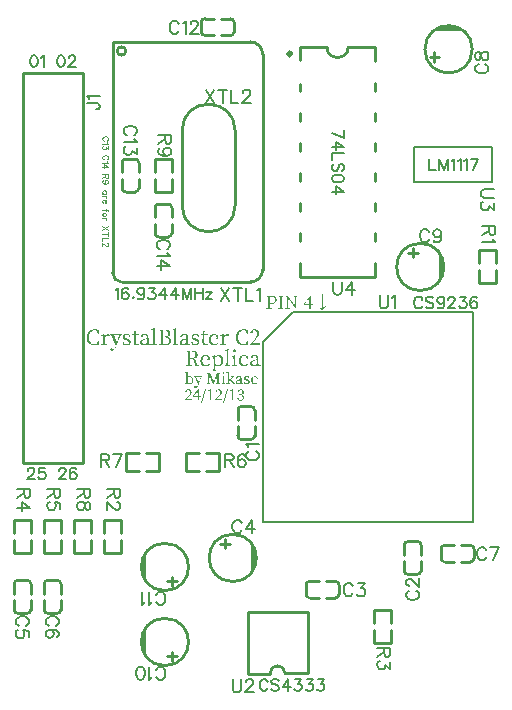
<source format=gto>
G04 Layer: TopSilkscreenLayer*
G04 EasyEDA v6.5.40, 2024-12-13 02:27:43*
G04 cafc711810e44acb902ef42d95588454,10*
G04 Gerber Generator version 0.2*
G04 Scale: 100 percent, Rotated: No, Reflected: No *
G04 Dimensions in inches *
G04 leading zeros omitted , absolute positions ,3 integer and 6 decimal *
%FSLAX36Y36*%
%MOIN*%

%ADD10C,0.0060*%
%ADD11C,0.0050*%
%ADD12C,0.0030*%
%ADD13C,0.0100*%
%ADD14C,0.0059*%
%ADD15C,0.0094*%
%ADD16C,0.0179*%

%LPD*%
G36*
X1097700Y-939599D02*
G01*
X1097700Y-988700D01*
X1095240Y-985759D01*
X1092440Y-982780D01*
X1089440Y-979940D01*
X1086300Y-977400D01*
X1084600Y-979500D01*
X1086680Y-981120D01*
X1088720Y-982900D01*
X1090700Y-984820D01*
X1092580Y-986820D01*
X1094380Y-988900D01*
X1096060Y-991000D01*
X1099000Y-995200D01*
X1101940Y-991000D01*
X1103620Y-988900D01*
X1105420Y-986820D01*
X1107300Y-984820D01*
X1109280Y-982900D01*
X1111320Y-981120D01*
X1113400Y-979500D01*
X1111700Y-977400D01*
X1108560Y-979940D01*
X1105540Y-982780D01*
X1102760Y-985759D01*
X1100300Y-988700D01*
X1100300Y-939599D01*
G37*
G36*
X1057300Y-945400D02*
G01*
X1038320Y-972500D01*
X1041200Y-972500D01*
X1055700Y-951500D01*
X1055700Y-972500D01*
X1038320Y-972500D01*
X1037900Y-973100D01*
X1037900Y-976300D01*
X1055700Y-976300D01*
X1055700Y-990000D01*
X1061000Y-990000D01*
X1061000Y-976300D01*
X1067900Y-976300D01*
X1067900Y-972500D01*
X1061000Y-972500D01*
X1061000Y-945400D01*
G37*
G36*
X912900Y-946000D02*
G01*
X912900Y-948300D01*
X919100Y-949000D01*
X919200Y-969800D01*
X925200Y-969800D01*
X925300Y-948600D01*
X929500Y-948600D01*
X932260Y-948780D01*
X934620Y-949300D01*
X936580Y-950160D01*
X938160Y-951320D01*
X939380Y-952800D01*
X940220Y-954599D01*
X940740Y-956660D01*
X940900Y-959000D01*
X940740Y-961300D01*
X940260Y-963379D01*
X939419Y-965220D01*
X938220Y-966800D01*
X936640Y-968080D01*
X934659Y-969020D01*
X932240Y-969599D01*
X929400Y-969800D01*
X919200Y-969800D01*
X919100Y-987099D01*
X912900Y-987700D01*
X912900Y-990000D01*
X931500Y-990000D01*
X931500Y-987700D01*
X925300Y-987000D01*
X925200Y-972400D01*
X928700Y-972400D01*
X931840Y-972280D01*
X934640Y-971919D01*
X937140Y-971340D01*
X939340Y-970580D01*
X941240Y-969599D01*
X942840Y-968480D01*
X944180Y-967180D01*
X945260Y-965759D01*
X946080Y-964220D01*
X946660Y-962560D01*
X947000Y-960819D01*
X947099Y-959000D01*
X946979Y-957099D01*
X946640Y-955320D01*
X946060Y-953680D01*
X945260Y-952159D01*
X944240Y-950800D01*
X942980Y-949580D01*
X941480Y-948520D01*
X939760Y-947640D01*
X937820Y-946940D01*
X935639Y-946420D01*
X933240Y-946100D01*
X930600Y-946000D01*
G37*
G36*
X951000Y-946000D02*
G01*
X951000Y-948300D01*
X957200Y-949000D01*
X957300Y-959800D01*
X957200Y-987099D01*
X951000Y-987700D01*
X951000Y-990000D01*
X969500Y-990000D01*
X969500Y-987700D01*
X963400Y-987000D01*
X963319Y-978319D01*
X963319Y-955460D01*
X963400Y-949000D01*
X969500Y-948300D01*
X969500Y-946000D01*
G37*
G36*
X975300Y-946000D02*
G01*
X975300Y-948300D01*
X980000Y-948900D01*
X980600Y-949700D01*
X980500Y-986900D01*
X975000Y-987700D01*
X975000Y-990000D01*
X990500Y-990000D01*
X990500Y-987700D01*
X983500Y-986800D01*
X983400Y-953600D01*
X1010200Y-990400D01*
X1012500Y-990400D01*
X1012600Y-949100D01*
X1018100Y-948300D01*
X1018100Y-946000D01*
X1002600Y-946000D01*
X1002600Y-948300D01*
X1009599Y-949100D01*
X1009700Y-979599D01*
X985400Y-946000D01*
G37*
G36*
X541600Y-1053300D02*
G01*
X529700Y-1056500D01*
X529700Y-1058800D01*
X536000Y-1059400D01*
X535980Y-1097100D01*
X535800Y-1106800D01*
X529700Y-1107600D01*
X529700Y-1110000D01*
X548600Y-1110000D01*
X548600Y-1107600D01*
X542400Y-1106800D01*
X542320Y-1100340D01*
X542300Y-1064800D01*
X542600Y-1053900D01*
G37*
G36*
X611800Y-1053300D02*
G01*
X600000Y-1056500D01*
X600000Y-1058800D01*
X606200Y-1059400D01*
X606180Y-1100340D01*
X606100Y-1106800D01*
X600000Y-1107600D01*
X600000Y-1110000D01*
X618800Y-1110000D01*
X618800Y-1107600D01*
X612700Y-1106800D01*
X612500Y-1093900D01*
X612500Y-1064800D01*
X612900Y-1053900D01*
G37*
G36*
X339700Y-1057500D02*
G01*
X337500Y-1057580D01*
X335360Y-1057820D01*
X333280Y-1058220D01*
X331280Y-1058780D01*
X329360Y-1059480D01*
X327520Y-1060320D01*
X325760Y-1061300D01*
X324120Y-1062420D01*
X322560Y-1063660D01*
X321120Y-1065020D01*
X319780Y-1066500D01*
X318560Y-1068080D01*
X317460Y-1069780D01*
X316500Y-1071580D01*
X315660Y-1073480D01*
X314980Y-1075480D01*
X314420Y-1077560D01*
X314020Y-1079740D01*
X313780Y-1081980D01*
X313700Y-1084300D01*
X313780Y-1086660D01*
X314020Y-1088940D01*
X314400Y-1091140D01*
X314920Y-1093240D01*
X315600Y-1095240D01*
X316400Y-1097140D01*
X317340Y-1098940D01*
X318420Y-1100640D01*
X319620Y-1102240D01*
X320920Y-1103700D01*
X322360Y-1105040D01*
X323900Y-1106280D01*
X325540Y-1107380D01*
X327299Y-1108340D01*
X329140Y-1109160D01*
X331079Y-1109840D01*
X333120Y-1110380D01*
X335220Y-1110780D01*
X337420Y-1111020D01*
X339700Y-1111100D01*
X341740Y-1111040D01*
X343760Y-1110880D01*
X345720Y-1110620D01*
X347660Y-1110220D01*
X349560Y-1109720D01*
X351440Y-1109080D01*
X353280Y-1108300D01*
X355100Y-1107400D01*
X355200Y-1096100D01*
X351000Y-1096100D01*
X349099Y-1105900D01*
X346900Y-1106780D01*
X344700Y-1107380D01*
X342500Y-1107700D01*
X340300Y-1107800D01*
X338280Y-1107700D01*
X336340Y-1107420D01*
X334480Y-1106940D01*
X332740Y-1106280D01*
X331079Y-1105440D01*
X329540Y-1104400D01*
X328120Y-1103180D01*
X326820Y-1101780D01*
X325660Y-1100220D01*
X324620Y-1098460D01*
X323720Y-1096540D01*
X322980Y-1094420D01*
X322380Y-1092160D01*
X321960Y-1089700D01*
X321680Y-1087080D01*
X321599Y-1084300D01*
X321700Y-1081540D01*
X321980Y-1078940D01*
X322440Y-1076500D01*
X323080Y-1074240D01*
X323880Y-1072140D01*
X324820Y-1070220D01*
X325900Y-1068480D01*
X327120Y-1066900D01*
X328459Y-1065500D01*
X329940Y-1064300D01*
X331500Y-1063260D01*
X333160Y-1062420D01*
X334920Y-1061760D01*
X336740Y-1061280D01*
X338640Y-1061000D01*
X340600Y-1060900D01*
X342560Y-1061000D01*
X344500Y-1061320D01*
X346460Y-1061920D01*
X348400Y-1062800D01*
X350300Y-1072600D01*
X354500Y-1072600D01*
X354400Y-1061300D01*
X352480Y-1060280D01*
X350580Y-1059440D01*
X348700Y-1058780D01*
X346820Y-1058280D01*
X344980Y-1057920D01*
X341420Y-1057540D01*
G37*
G36*
X836700Y-1057500D02*
G01*
X834500Y-1057580D01*
X832360Y-1057820D01*
X830280Y-1058220D01*
X828280Y-1058780D01*
X826360Y-1059480D01*
X824520Y-1060320D01*
X822760Y-1061300D01*
X821120Y-1062420D01*
X819560Y-1063660D01*
X818120Y-1065020D01*
X816780Y-1066500D01*
X815560Y-1068080D01*
X814460Y-1069780D01*
X813500Y-1071580D01*
X812660Y-1073480D01*
X811979Y-1075480D01*
X811420Y-1077560D01*
X811020Y-1079740D01*
X810780Y-1081980D01*
X810699Y-1084300D01*
X810780Y-1086660D01*
X811020Y-1088940D01*
X811400Y-1091140D01*
X811919Y-1093240D01*
X812600Y-1095240D01*
X813400Y-1097140D01*
X814340Y-1098940D01*
X815420Y-1100640D01*
X816620Y-1102240D01*
X817920Y-1103700D01*
X819360Y-1105040D01*
X820900Y-1106280D01*
X822540Y-1107380D01*
X824300Y-1108340D01*
X826140Y-1109160D01*
X828080Y-1109840D01*
X830120Y-1110380D01*
X832220Y-1110780D01*
X834419Y-1111020D01*
X836700Y-1111100D01*
X838740Y-1111040D01*
X840759Y-1110880D01*
X842720Y-1110620D01*
X844659Y-1110220D01*
X846560Y-1109720D01*
X848439Y-1109080D01*
X850280Y-1108300D01*
X852099Y-1107400D01*
X852200Y-1096100D01*
X848000Y-1096100D01*
X846100Y-1105900D01*
X843900Y-1106780D01*
X841700Y-1107380D01*
X839500Y-1107700D01*
X837300Y-1107800D01*
X835280Y-1107700D01*
X833340Y-1107420D01*
X831480Y-1106940D01*
X829740Y-1106280D01*
X828080Y-1105440D01*
X826540Y-1104400D01*
X825120Y-1103180D01*
X823820Y-1101780D01*
X822660Y-1100220D01*
X821620Y-1098460D01*
X820720Y-1096540D01*
X819980Y-1094420D01*
X819380Y-1092160D01*
X818960Y-1089700D01*
X818680Y-1087080D01*
X818600Y-1084300D01*
X818700Y-1081540D01*
X818980Y-1078940D01*
X819440Y-1076500D01*
X820080Y-1074240D01*
X820879Y-1072140D01*
X821820Y-1070220D01*
X822900Y-1068480D01*
X824120Y-1066900D01*
X825460Y-1065500D01*
X826940Y-1064300D01*
X828500Y-1063260D01*
X830160Y-1062420D01*
X831919Y-1061760D01*
X833740Y-1061280D01*
X835639Y-1061000D01*
X837600Y-1060900D01*
X839539Y-1061000D01*
X841500Y-1061320D01*
X843460Y-1061920D01*
X845400Y-1062800D01*
X847300Y-1072600D01*
X851500Y-1072600D01*
X851400Y-1061300D01*
X849479Y-1060280D01*
X847580Y-1059440D01*
X845699Y-1058780D01*
X843820Y-1058280D01*
X841979Y-1057920D01*
X838420Y-1057540D01*
G37*
G36*
X874300Y-1057600D02*
G01*
X871460Y-1057780D01*
X868780Y-1058320D01*
X866300Y-1059240D01*
X864080Y-1060520D01*
X862180Y-1062140D01*
X860639Y-1064140D01*
X859539Y-1066500D01*
X858900Y-1069200D01*
X859539Y-1070200D01*
X860420Y-1070960D01*
X861440Y-1071440D01*
X862600Y-1071600D01*
X863940Y-1071340D01*
X865080Y-1070500D01*
X866040Y-1068980D01*
X866800Y-1066700D01*
X868300Y-1061100D01*
X870540Y-1060780D01*
X872400Y-1060700D01*
X874460Y-1060900D01*
X876320Y-1061480D01*
X877920Y-1062400D01*
X879280Y-1063680D01*
X880360Y-1065260D01*
X881140Y-1067120D01*
X881640Y-1069240D01*
X881800Y-1071600D01*
X881640Y-1073880D01*
X881140Y-1076160D01*
X880300Y-1078500D01*
X879120Y-1080920D01*
X877580Y-1083440D01*
X875680Y-1086120D01*
X873420Y-1089000D01*
X866780Y-1096680D01*
X859200Y-1105200D01*
X859200Y-1110000D01*
X890699Y-1110000D01*
X890699Y-1104100D01*
X864100Y-1104100D01*
X878240Y-1089300D01*
X882200Y-1084800D01*
X883780Y-1082840D01*
X885120Y-1081000D01*
X886200Y-1079280D01*
X887060Y-1077620D01*
X887720Y-1076020D01*
X888160Y-1074440D01*
X888420Y-1072840D01*
X888500Y-1071200D01*
X888300Y-1068320D01*
X887660Y-1065700D01*
X886600Y-1063380D01*
X885080Y-1061400D01*
X883100Y-1059800D01*
X880660Y-1058600D01*
X877720Y-1057860D01*
G37*
G36*
X554100Y-1058700D02*
G01*
X554100Y-1061400D01*
X561200Y-1062100D01*
X561360Y-1069680D01*
X561400Y-1081900D01*
X568400Y-1081900D01*
X568500Y-1061700D01*
X573900Y-1061700D01*
X576720Y-1061840D01*
X579140Y-1062260D01*
X581220Y-1062980D01*
X582900Y-1064000D01*
X584220Y-1065340D01*
X585160Y-1067020D01*
X585720Y-1069040D01*
X585900Y-1071400D01*
X585700Y-1073920D01*
X585100Y-1076080D01*
X584080Y-1077880D01*
X582640Y-1079340D01*
X580760Y-1080480D01*
X578440Y-1081280D01*
X575660Y-1081740D01*
X572400Y-1081900D01*
X561400Y-1081900D01*
X561400Y-1085000D01*
X572800Y-1085000D01*
X576500Y-1085180D01*
X579640Y-1085700D01*
X582260Y-1086560D01*
X584380Y-1087780D01*
X585980Y-1089340D01*
X587120Y-1091240D01*
X587780Y-1093500D01*
X588000Y-1096100D01*
X587780Y-1098580D01*
X587080Y-1100740D01*
X585940Y-1102600D01*
X584340Y-1104120D01*
X582300Y-1105320D01*
X579820Y-1106200D01*
X576880Y-1106720D01*
X573500Y-1106900D01*
X568500Y-1106900D01*
X568400Y-1085000D01*
X561400Y-1085000D01*
X561360Y-1098920D01*
X561200Y-1106600D01*
X554100Y-1107300D01*
X554100Y-1110000D01*
X575000Y-1110000D01*
X578460Y-1109860D01*
X581580Y-1109440D01*
X584340Y-1108800D01*
X586760Y-1107920D01*
X588840Y-1106860D01*
X590620Y-1105620D01*
X592100Y-1104240D01*
X593280Y-1102740D01*
X594180Y-1101140D01*
X594820Y-1099460D01*
X595180Y-1097740D01*
X595300Y-1096000D01*
X595100Y-1093700D01*
X594460Y-1091560D01*
X593380Y-1089580D01*
X591840Y-1087800D01*
X589800Y-1086240D01*
X587240Y-1084940D01*
X584160Y-1083920D01*
X580500Y-1083200D01*
X583520Y-1082380D01*
X586080Y-1081300D01*
X588180Y-1080000D01*
X589860Y-1078500D01*
X591140Y-1076820D01*
X592020Y-1075020D01*
X592540Y-1073100D01*
X592700Y-1071100D01*
X592580Y-1069340D01*
X592220Y-1067680D01*
X591620Y-1066120D01*
X590800Y-1064680D01*
X589720Y-1063380D01*
X588440Y-1062200D01*
X586920Y-1061180D01*
X585180Y-1060320D01*
X583200Y-1059620D01*
X581020Y-1059120D01*
X578620Y-1058800D01*
X576000Y-1058700D01*
G37*
G36*
X473100Y-1063100D02*
G01*
X471100Y-1073500D01*
X464200Y-1074300D01*
X464200Y-1077000D01*
X470700Y-1077000D01*
X470600Y-1102000D01*
X470760Y-1104160D01*
X471200Y-1106020D01*
X471920Y-1107580D01*
X472920Y-1108820D01*
X474180Y-1109780D01*
X475660Y-1110460D01*
X477380Y-1110860D01*
X479300Y-1111000D01*
X482060Y-1110720D01*
X484500Y-1109940D01*
X486560Y-1108720D01*
X488200Y-1107100D01*
X486700Y-1105300D01*
X485240Y-1106280D01*
X483940Y-1106960D01*
X482700Y-1107360D01*
X481400Y-1107500D01*
X479580Y-1107180D01*
X478180Y-1106140D01*
X477299Y-1104340D01*
X477000Y-1101700D01*
X477000Y-1077000D01*
X487400Y-1077000D01*
X487400Y-1073700D01*
X477100Y-1073700D01*
X477500Y-1063100D01*
G37*
G36*
X702300Y-1063100D02*
G01*
X700200Y-1073500D01*
X693400Y-1074300D01*
X693400Y-1077000D01*
X699900Y-1077000D01*
X699800Y-1102000D01*
X699940Y-1104160D01*
X700380Y-1106020D01*
X701100Y-1107580D01*
X702080Y-1108820D01*
X703340Y-1109780D01*
X704820Y-1110460D01*
X706540Y-1110860D01*
X708500Y-1111000D01*
X711260Y-1110720D01*
X713660Y-1109940D01*
X715720Y-1108720D01*
X717400Y-1107100D01*
X715900Y-1105300D01*
X714440Y-1106280D01*
X713139Y-1106960D01*
X711900Y-1107360D01*
X710600Y-1107500D01*
X708780Y-1107180D01*
X707380Y-1106140D01*
X706500Y-1104340D01*
X706200Y-1101700D01*
X706200Y-1077000D01*
X716600Y-1077000D01*
X716600Y-1073700D01*
X706300Y-1073700D01*
X706700Y-1063100D01*
G37*
G36*
X384799Y-1072600D02*
G01*
X383220Y-1072780D01*
X381640Y-1073280D01*
X380100Y-1074100D01*
X378600Y-1075240D01*
X377180Y-1076660D01*
X375860Y-1078380D01*
X374660Y-1080360D01*
X373600Y-1082600D01*
X372900Y-1073400D01*
X371800Y-1072700D01*
X361000Y-1076900D01*
X361000Y-1079200D01*
X367100Y-1079800D01*
X367280Y-1084400D01*
X367200Y-1106800D01*
X361599Y-1107600D01*
X361599Y-1110000D01*
X380200Y-1110000D01*
X380200Y-1107600D01*
X373800Y-1106700D01*
X373700Y-1087900D01*
X374920Y-1084640D01*
X376400Y-1081900D01*
X378180Y-1079600D01*
X380300Y-1077700D01*
X382380Y-1079480D01*
X383500Y-1080140D01*
X384700Y-1080560D01*
X386000Y-1080700D01*
X388000Y-1080340D01*
X389360Y-1079300D01*
X390140Y-1077660D01*
X390400Y-1075500D01*
X389480Y-1074280D01*
X388160Y-1073380D01*
X386560Y-1072800D01*
G37*
G36*
X447700Y-1072600D02*
G01*
X444660Y-1072840D01*
X441980Y-1073480D01*
X439680Y-1074500D01*
X437780Y-1075860D01*
X436280Y-1077460D01*
X435180Y-1079260D01*
X434520Y-1081240D01*
X434300Y-1083300D01*
X434480Y-1085180D01*
X434960Y-1086860D01*
X435780Y-1088360D01*
X436860Y-1089700D01*
X438220Y-1090880D01*
X439820Y-1091940D01*
X441659Y-1092860D01*
X443700Y-1093700D01*
X447299Y-1094900D01*
X450520Y-1096320D01*
X452720Y-1097840D01*
X454000Y-1099640D01*
X454400Y-1101900D01*
X453860Y-1104380D01*
X452239Y-1106300D01*
X449500Y-1107560D01*
X445600Y-1108000D01*
X443820Y-1107920D01*
X442180Y-1107700D01*
X440700Y-1107320D01*
X439300Y-1106800D01*
X437600Y-1099700D01*
X434000Y-1099700D01*
X434099Y-1108100D01*
X436900Y-1109360D01*
X439680Y-1110260D01*
X442560Y-1110820D01*
X445700Y-1111000D01*
X449120Y-1110760D01*
X452100Y-1110120D01*
X454640Y-1109080D01*
X456740Y-1107720D01*
X458380Y-1106100D01*
X459560Y-1104260D01*
X460260Y-1102240D01*
X460500Y-1100100D01*
X460360Y-1098320D01*
X459920Y-1096680D01*
X459180Y-1095140D01*
X458100Y-1093720D01*
X456659Y-1092400D01*
X454840Y-1091180D01*
X452640Y-1090060D01*
X447299Y-1088000D01*
X444040Y-1086620D01*
X441840Y-1085200D01*
X440600Y-1083480D01*
X440200Y-1081200D01*
X440680Y-1078940D01*
X442120Y-1077160D01*
X444460Y-1076020D01*
X447700Y-1075600D01*
X449099Y-1075700D01*
X450480Y-1075960D01*
X451840Y-1076400D01*
X453200Y-1077000D01*
X454700Y-1083500D01*
X458100Y-1083500D01*
X458400Y-1075800D01*
X455880Y-1074420D01*
X453320Y-1073420D01*
X450620Y-1072800D01*
G37*
G36*
X508000Y-1072600D02*
G01*
X505120Y-1072760D01*
X502480Y-1073260D01*
X500120Y-1074060D01*
X498040Y-1075140D01*
X496280Y-1076500D01*
X494860Y-1078120D01*
X493780Y-1080000D01*
X493100Y-1082100D01*
X493420Y-1083360D01*
X494080Y-1084260D01*
X495120Y-1084820D01*
X496500Y-1085000D01*
X497860Y-1084780D01*
X498980Y-1084100D01*
X499820Y-1082980D01*
X500400Y-1081400D01*
X501900Y-1076200D01*
X504159Y-1075760D01*
X506200Y-1075600D01*
X508020Y-1075700D01*
X509540Y-1076020D01*
X510820Y-1076600D01*
X511860Y-1077500D01*
X512620Y-1078760D01*
X513180Y-1080400D01*
X513500Y-1082500D01*
X513600Y-1087500D01*
X508920Y-1088680D01*
X506700Y-1089320D01*
X504700Y-1090000D01*
X501280Y-1091340D01*
X498519Y-1092680D01*
X496320Y-1094020D01*
X494660Y-1095380D01*
X493440Y-1096820D01*
X492660Y-1098320D01*
X492239Y-1099900D01*
X492190Y-1100500D01*
X498600Y-1100500D01*
X498900Y-1098420D01*
X500040Y-1096280D01*
X502440Y-1094180D01*
X506500Y-1092200D01*
X509640Y-1091040D01*
X513600Y-1089800D01*
X513600Y-1102000D01*
X510800Y-1104140D01*
X508600Y-1105520D01*
X506700Y-1106280D01*
X504799Y-1106500D01*
X502320Y-1106160D01*
X500340Y-1105080D01*
X499060Y-1103200D01*
X498600Y-1100500D01*
X492190Y-1100500D01*
X492100Y-1101600D01*
X492299Y-1103780D01*
X492900Y-1105680D01*
X493820Y-1107300D01*
X495060Y-1108620D01*
X496540Y-1109660D01*
X498260Y-1110400D01*
X500160Y-1110860D01*
X502200Y-1111000D01*
X505340Y-1110600D01*
X508100Y-1109440D01*
X510780Y-1107500D01*
X513700Y-1104800D01*
X514500Y-1107300D01*
X515940Y-1109180D01*
X518000Y-1110380D01*
X520600Y-1110800D01*
X522480Y-1110600D01*
X524180Y-1109940D01*
X525740Y-1108740D01*
X527100Y-1106900D01*
X525700Y-1105500D01*
X525020Y-1106240D01*
X524320Y-1106820D01*
X523540Y-1107180D01*
X522700Y-1107300D01*
X521500Y-1107060D01*
X520620Y-1106240D01*
X520080Y-1104720D01*
X519900Y-1102400D01*
X519900Y-1085800D01*
X519720Y-1082500D01*
X519159Y-1079720D01*
X518240Y-1077440D01*
X516940Y-1075640D01*
X515280Y-1074280D01*
X513240Y-1073320D01*
X510800Y-1072780D01*
G37*
G36*
X639700Y-1072600D02*
G01*
X636840Y-1072760D01*
X634240Y-1073260D01*
X631880Y-1074060D01*
X629820Y-1075140D01*
X628080Y-1076500D01*
X626640Y-1078120D01*
X625580Y-1080000D01*
X624900Y-1082100D01*
X625220Y-1083360D01*
X625880Y-1084260D01*
X626920Y-1084820D01*
X628300Y-1085000D01*
X629620Y-1084780D01*
X630680Y-1084100D01*
X631520Y-1082980D01*
X632100Y-1081400D01*
X633600Y-1076200D01*
X635860Y-1075760D01*
X637900Y-1075600D01*
X639720Y-1075700D01*
X641260Y-1076020D01*
X642520Y-1076600D01*
X643560Y-1077500D01*
X644320Y-1078760D01*
X644880Y-1080400D01*
X645200Y-1082500D01*
X645300Y-1087500D01*
X640639Y-1088680D01*
X638460Y-1089320D01*
X636500Y-1090000D01*
X633080Y-1091340D01*
X630300Y-1092680D01*
X628080Y-1094020D01*
X626400Y-1095380D01*
X625180Y-1096820D01*
X624380Y-1098320D01*
X623940Y-1099900D01*
X623890Y-1100500D01*
X630300Y-1100500D01*
X630600Y-1098420D01*
X631740Y-1096280D01*
X634140Y-1094180D01*
X638200Y-1092200D01*
X641380Y-1091040D01*
X645300Y-1089800D01*
X645300Y-1102000D01*
X642500Y-1104140D01*
X640340Y-1105520D01*
X638460Y-1106280D01*
X636500Y-1106500D01*
X634060Y-1106160D01*
X632080Y-1105080D01*
X630780Y-1103200D01*
X630300Y-1100500D01*
X623890Y-1100500D01*
X623800Y-1101600D01*
X624000Y-1103780D01*
X624600Y-1105680D01*
X625560Y-1107300D01*
X626800Y-1108620D01*
X628320Y-1109660D01*
X630040Y-1110400D01*
X631960Y-1110860D01*
X634000Y-1111000D01*
X637140Y-1110600D01*
X639860Y-1109440D01*
X642500Y-1107500D01*
X645400Y-1104800D01*
X646240Y-1107300D01*
X647680Y-1109180D01*
X649720Y-1110380D01*
X652300Y-1110800D01*
X654220Y-1110600D01*
X655939Y-1109940D01*
X657480Y-1108740D01*
X658900Y-1106900D01*
X657500Y-1105500D01*
X656780Y-1106240D01*
X656060Y-1106820D01*
X655300Y-1107180D01*
X654400Y-1107300D01*
X653199Y-1107060D01*
X652320Y-1106240D01*
X651780Y-1104720D01*
X651600Y-1102400D01*
X651600Y-1085800D01*
X651420Y-1082500D01*
X650860Y-1079720D01*
X649940Y-1077440D01*
X648640Y-1075640D01*
X646979Y-1074280D01*
X644940Y-1073320D01*
X642500Y-1072780D01*
G37*
G36*
X676900Y-1072600D02*
G01*
X673860Y-1072840D01*
X671180Y-1073480D01*
X668880Y-1074500D01*
X666979Y-1075860D01*
X665480Y-1077460D01*
X664380Y-1079260D01*
X663720Y-1081240D01*
X663500Y-1083300D01*
X663680Y-1085180D01*
X664160Y-1086860D01*
X664980Y-1088360D01*
X666060Y-1089700D01*
X667420Y-1090880D01*
X669020Y-1091940D01*
X670860Y-1092860D01*
X672900Y-1093700D01*
X676400Y-1094900D01*
X679680Y-1096320D01*
X681919Y-1097840D01*
X683199Y-1099640D01*
X683600Y-1101900D01*
X683060Y-1104380D01*
X681440Y-1106300D01*
X678700Y-1107560D01*
X674800Y-1108000D01*
X673020Y-1107920D01*
X671380Y-1107700D01*
X669900Y-1107320D01*
X668500Y-1106800D01*
X666800Y-1099700D01*
X663100Y-1099700D01*
X663300Y-1108100D01*
X666080Y-1109360D01*
X668820Y-1110260D01*
X671680Y-1110820D01*
X674800Y-1111000D01*
X678259Y-1110760D01*
X681260Y-1110120D01*
X683820Y-1109080D01*
X685920Y-1107720D01*
X687560Y-1106100D01*
X688760Y-1104260D01*
X689460Y-1102240D01*
X689700Y-1100100D01*
X689560Y-1098320D01*
X689120Y-1096680D01*
X688360Y-1095140D01*
X687260Y-1093720D01*
X685819Y-1092400D01*
X684000Y-1091180D01*
X681800Y-1090060D01*
X676500Y-1088000D01*
X673199Y-1086620D01*
X671000Y-1085200D01*
X669780Y-1083480D01*
X669400Y-1081200D01*
X669880Y-1078940D01*
X671320Y-1077160D01*
X673660Y-1076020D01*
X676900Y-1075600D01*
X678300Y-1075700D01*
X679680Y-1075960D01*
X681040Y-1076400D01*
X682400Y-1077000D01*
X683900Y-1083500D01*
X687300Y-1083500D01*
X687600Y-1075800D01*
X685080Y-1074420D01*
X682520Y-1073420D01*
X679820Y-1072800D01*
G37*
G36*
X738700Y-1072600D02*
G01*
X736380Y-1072760D01*
X734140Y-1073220D01*
X732000Y-1073980D01*
X729980Y-1075040D01*
X728120Y-1076360D01*
X726420Y-1077920D01*
X724920Y-1079740D01*
X723640Y-1081800D01*
X722620Y-1084080D01*
X721840Y-1086560D01*
X721474Y-1088600D01*
X728000Y-1088600D01*
X728460Y-1085420D01*
X729260Y-1082720D01*
X730360Y-1080480D01*
X731700Y-1078680D01*
X733220Y-1077320D01*
X734900Y-1076360D01*
X736640Y-1075780D01*
X738400Y-1075600D01*
X740200Y-1075780D01*
X741840Y-1076320D01*
X743280Y-1077160D01*
X744520Y-1078260D01*
X745520Y-1079580D01*
X746280Y-1081080D01*
X746740Y-1082740D01*
X746900Y-1084500D01*
X746720Y-1086220D01*
X746080Y-1087540D01*
X744800Y-1088400D01*
X742700Y-1088700D01*
X721474Y-1088600D01*
X721360Y-1089240D01*
X721200Y-1092100D01*
X721340Y-1095000D01*
X721760Y-1097660D01*
X722460Y-1100120D01*
X723400Y-1102340D01*
X724580Y-1104320D01*
X725980Y-1106040D01*
X727620Y-1107540D01*
X729440Y-1108760D01*
X731460Y-1109740D01*
X733640Y-1110440D01*
X736000Y-1110860D01*
X738500Y-1111000D01*
X740960Y-1110840D01*
X743240Y-1110380D01*
X745340Y-1109640D01*
X747240Y-1108620D01*
X748980Y-1107360D01*
X750500Y-1105860D01*
X751860Y-1104120D01*
X753000Y-1102200D01*
X751400Y-1101200D01*
X749300Y-1103460D01*
X746900Y-1105180D01*
X744060Y-1106300D01*
X740600Y-1106700D01*
X737900Y-1106460D01*
X735460Y-1105740D01*
X733319Y-1104540D01*
X731480Y-1102880D01*
X729980Y-1100720D01*
X728880Y-1098100D01*
X728160Y-1094980D01*
X727900Y-1091400D01*
X752500Y-1091500D01*
X752960Y-1089660D01*
X753100Y-1087200D01*
X752980Y-1085020D01*
X752600Y-1083000D01*
X752020Y-1081120D01*
X751220Y-1079420D01*
X750200Y-1077880D01*
X749020Y-1076520D01*
X747640Y-1075360D01*
X746120Y-1074380D01*
X744460Y-1073620D01*
X742640Y-1073060D01*
X740720Y-1072720D01*
G37*
G36*
X783100Y-1072600D02*
G01*
X781480Y-1072780D01*
X779880Y-1073280D01*
X778319Y-1074100D01*
X776820Y-1075240D01*
X775400Y-1076660D01*
X774100Y-1078380D01*
X772920Y-1080360D01*
X771900Y-1082600D01*
X771100Y-1073400D01*
X770000Y-1072700D01*
X759300Y-1076900D01*
X759300Y-1079200D01*
X765300Y-1079800D01*
X765520Y-1084400D01*
X765600Y-1089900D01*
X765400Y-1106800D01*
X759800Y-1107600D01*
X759800Y-1110000D01*
X778400Y-1110000D01*
X778400Y-1107600D01*
X772099Y-1106700D01*
X771900Y-1093900D01*
X771900Y-1087900D01*
X773120Y-1084640D01*
X774620Y-1081900D01*
X776420Y-1079600D01*
X778600Y-1077700D01*
X779500Y-1078600D01*
X780620Y-1079480D01*
X781740Y-1080140D01*
X782920Y-1080560D01*
X784200Y-1080700D01*
X786200Y-1080340D01*
X787560Y-1079300D01*
X788340Y-1077660D01*
X788600Y-1075500D01*
X787680Y-1074280D01*
X786380Y-1073380D01*
X784800Y-1072800D01*
G37*
G36*
X391800Y-1073700D02*
G01*
X391800Y-1076100D01*
X396100Y-1076600D01*
X410400Y-1112200D01*
X408600Y-1116440D01*
X406940Y-1119520D01*
X404960Y-1122220D01*
X402600Y-1124500D01*
X400600Y-1122660D01*
X399280Y-1121780D01*
X397920Y-1121280D01*
X396400Y-1121100D01*
X394780Y-1121300D01*
X393320Y-1121880D01*
X392160Y-1122880D01*
X391500Y-1124300D01*
X392080Y-1126280D01*
X393600Y-1127780D01*
X395800Y-1128760D01*
X398400Y-1129100D01*
X399780Y-1129000D01*
X401140Y-1128660D01*
X402460Y-1128080D01*
X403780Y-1127260D01*
X405060Y-1126200D01*
X406320Y-1124860D01*
X407580Y-1123260D01*
X408820Y-1121360D01*
X410080Y-1119180D01*
X411320Y-1116700D01*
X412560Y-1113920D01*
X426700Y-1076800D01*
X431000Y-1076100D01*
X431000Y-1073700D01*
X416100Y-1073700D01*
X416100Y-1076100D01*
X423000Y-1076800D01*
X413400Y-1104100D01*
X403300Y-1076800D01*
X410000Y-1076100D01*
X410000Y-1073700D01*
G37*
G36*
X709800Y-1256100D02*
G01*
X695100Y-1303800D01*
X698100Y-1303800D01*
X712700Y-1256100D01*
G37*
G36*
X782700Y-1256100D02*
G01*
X768000Y-1303800D01*
X771000Y-1303800D01*
X785600Y-1256100D01*
G37*
G36*
X653400Y-1257600D02*
G01*
X651400Y-1257720D01*
X649520Y-1258100D01*
X647760Y-1258740D01*
X646180Y-1259660D01*
X644800Y-1260820D01*
X643700Y-1262240D01*
X642880Y-1263940D01*
X642400Y-1265900D01*
X642900Y-1266580D01*
X643520Y-1267120D01*
X644260Y-1267480D01*
X645100Y-1267600D01*
X646060Y-1267400D01*
X646860Y-1266780D01*
X647540Y-1265700D01*
X648100Y-1264100D01*
X649200Y-1260100D01*
X650819Y-1259820D01*
X652200Y-1259700D01*
X654980Y-1260260D01*
X657080Y-1261860D01*
X658420Y-1264340D01*
X658900Y-1267600D01*
X658780Y-1269240D01*
X658420Y-1270880D01*
X657820Y-1272540D01*
X656979Y-1274260D01*
X655879Y-1276060D01*
X654520Y-1277960D01*
X651000Y-1282200D01*
X642700Y-1291600D01*
X642700Y-1295000D01*
X665200Y-1295000D01*
X665200Y-1290700D01*
X646200Y-1290700D01*
X649840Y-1287020D01*
X657820Y-1278500D01*
X659720Y-1276240D01*
X661220Y-1274240D01*
X662300Y-1272420D01*
X663040Y-1270700D01*
X663460Y-1269020D01*
X663600Y-1267300D01*
X663460Y-1265240D01*
X663000Y-1263380D01*
X662240Y-1261720D01*
X661160Y-1260320D01*
X659740Y-1259160D01*
X657980Y-1258320D01*
X655879Y-1257780D01*
G37*
G36*
X753800Y-1257600D02*
G01*
X751800Y-1257720D01*
X749920Y-1258100D01*
X748160Y-1258740D01*
X746580Y-1259660D01*
X745200Y-1260820D01*
X744100Y-1262240D01*
X743280Y-1263940D01*
X742800Y-1265900D01*
X743300Y-1266580D01*
X743920Y-1267120D01*
X744659Y-1267480D01*
X745500Y-1267600D01*
X746420Y-1267400D01*
X747220Y-1266780D01*
X747880Y-1265700D01*
X748400Y-1264100D01*
X749500Y-1260100D01*
X751140Y-1259820D01*
X752500Y-1259700D01*
X755280Y-1260260D01*
X757380Y-1261860D01*
X758720Y-1264340D01*
X759200Y-1267600D01*
X759080Y-1269240D01*
X758720Y-1270880D01*
X758120Y-1272540D01*
X757280Y-1274260D01*
X756180Y-1276060D01*
X754820Y-1277960D01*
X751300Y-1282200D01*
X743000Y-1291600D01*
X743000Y-1295000D01*
X765500Y-1295000D01*
X765500Y-1290700D01*
X746500Y-1290700D01*
X753000Y-1284100D01*
X758180Y-1278500D01*
X760080Y-1276240D01*
X761580Y-1274240D01*
X762680Y-1272420D01*
X763439Y-1270700D01*
X763860Y-1269020D01*
X764000Y-1267300D01*
X763860Y-1265240D01*
X763400Y-1263380D01*
X762640Y-1261720D01*
X761560Y-1260320D01*
X760140Y-1259160D01*
X758379Y-1258320D01*
X756280Y-1257780D01*
G37*
G36*
X826900Y-1257600D02*
G01*
X823280Y-1258040D01*
X820220Y-1259360D01*
X817920Y-1261560D01*
X816600Y-1264700D01*
X817039Y-1265580D01*
X817640Y-1266180D01*
X818360Y-1266500D01*
X819200Y-1266600D01*
X820320Y-1266400D01*
X821160Y-1265760D01*
X821800Y-1264700D01*
X823199Y-1260100D01*
X824620Y-1259780D01*
X825900Y-1259700D01*
X828720Y-1260160D01*
X830819Y-1261520D01*
X832140Y-1263740D01*
X832600Y-1266800D01*
X832039Y-1270080D01*
X830440Y-1272480D01*
X827920Y-1273980D01*
X824599Y-1274500D01*
X822500Y-1274500D01*
X822500Y-1276900D01*
X825100Y-1276900D01*
X827080Y-1277040D01*
X828800Y-1277480D01*
X830260Y-1278180D01*
X831440Y-1279140D01*
X832380Y-1280340D01*
X833060Y-1281759D01*
X833460Y-1283380D01*
X833600Y-1285200D01*
X833040Y-1288580D01*
X831440Y-1291240D01*
X828840Y-1292980D01*
X825300Y-1293600D01*
X823780Y-1293520D01*
X822200Y-1293200D01*
X821300Y-1289900D01*
X820780Y-1288300D01*
X820180Y-1287220D01*
X819380Y-1286600D01*
X818300Y-1286399D01*
X817480Y-1286500D01*
X816760Y-1286800D01*
X816140Y-1287320D01*
X815600Y-1288100D01*
X816120Y-1289940D01*
X816900Y-1291519D01*
X817940Y-1292840D01*
X819200Y-1293880D01*
X820660Y-1294700D01*
X822320Y-1295260D01*
X824140Y-1295600D01*
X826100Y-1295700D01*
X828720Y-1295500D01*
X831100Y-1294920D01*
X833199Y-1294000D01*
X834980Y-1292740D01*
X836440Y-1291220D01*
X837500Y-1289460D01*
X838180Y-1287460D01*
X838400Y-1285300D01*
X838259Y-1283520D01*
X837860Y-1281879D01*
X837200Y-1280400D01*
X836240Y-1279080D01*
X835000Y-1277920D01*
X833460Y-1276980D01*
X831640Y-1276220D01*
X829500Y-1275700D01*
X832820Y-1274180D01*
X835220Y-1272080D01*
X836700Y-1269520D01*
X837200Y-1266600D01*
X837020Y-1264660D01*
X836480Y-1262920D01*
X835600Y-1261380D01*
X834419Y-1260080D01*
X832920Y-1259020D01*
X831160Y-1258240D01*
X829160Y-1257760D01*
G37*
G36*
X685100Y-1257800D02*
G01*
X669250Y-1280400D01*
X671700Y-1280400D01*
X683800Y-1263000D01*
X683800Y-1280400D01*
X669250Y-1280400D01*
X668900Y-1280900D01*
X668900Y-1283600D01*
X683800Y-1283600D01*
X683800Y-1295000D01*
X688199Y-1295000D01*
X688199Y-1283600D01*
X694000Y-1283600D01*
X694000Y-1280400D01*
X688199Y-1280400D01*
X688199Y-1257800D01*
G37*
G36*
X728800Y-1257800D02*
G01*
X717600Y-1260700D01*
X717600Y-1262600D01*
X724900Y-1262000D01*
X724880Y-1287840D01*
X724800Y-1292200D01*
X717000Y-1293300D01*
X717000Y-1295000D01*
X737200Y-1295000D01*
X737200Y-1293300D01*
X729500Y-1292200D01*
X729400Y-1283400D01*
X729400Y-1266300D01*
X729599Y-1258400D01*
G37*
G36*
X801700Y-1257800D02*
G01*
X790500Y-1260700D01*
X790500Y-1262600D01*
X797800Y-1262000D01*
X797780Y-1287840D01*
X797700Y-1292200D01*
X789900Y-1293300D01*
X789900Y-1295000D01*
X810100Y-1295000D01*
X810100Y-1293300D01*
X802400Y-1292200D01*
X802300Y-1283400D01*
X802300Y-1266300D01*
X802500Y-1258400D01*
G37*
G36*
X785500Y-1123300D02*
G01*
X773600Y-1126500D01*
X773600Y-1128800D01*
X779900Y-1129400D01*
X779880Y-1167100D01*
X779700Y-1176800D01*
X773600Y-1177600D01*
X773600Y-1180000D01*
X792500Y-1180000D01*
X792500Y-1177600D01*
X786300Y-1176800D01*
X786220Y-1170340D01*
X786200Y-1134800D01*
X786500Y-1123900D01*
G37*
G36*
X806300Y-1124400D02*
G01*
X804360Y-1124740D01*
X802800Y-1125700D01*
X801780Y-1127180D01*
X801400Y-1129100D01*
X801780Y-1130980D01*
X802800Y-1132520D01*
X804360Y-1133520D01*
X806300Y-1133900D01*
X808199Y-1133520D01*
X809760Y-1132520D01*
X810819Y-1130980D01*
X811200Y-1129100D01*
X810819Y-1127180D01*
X809760Y-1125700D01*
X808199Y-1124740D01*
G37*
G36*
X643400Y-1128700D02*
G01*
X643400Y-1131400D01*
X650600Y-1132100D01*
X650699Y-1153100D01*
X657700Y-1153100D01*
X657800Y-1131700D01*
X664500Y-1131700D01*
X667320Y-1131880D01*
X669740Y-1132400D01*
X671760Y-1133260D01*
X673379Y-1134420D01*
X674640Y-1135900D01*
X675520Y-1137700D01*
X676020Y-1139760D01*
X676200Y-1142100D01*
X676000Y-1144380D01*
X675440Y-1146480D01*
X674479Y-1148340D01*
X673120Y-1149960D01*
X671400Y-1151280D01*
X669280Y-1152260D01*
X666780Y-1152880D01*
X663900Y-1153100D01*
X650699Y-1153100D01*
X650600Y-1176600D01*
X643400Y-1177300D01*
X643400Y-1180000D01*
X665000Y-1180000D01*
X665000Y-1177300D01*
X657800Y-1176500D01*
X657700Y-1156100D01*
X661800Y-1156100D01*
X664000Y-1156180D01*
X665879Y-1156420D01*
X667460Y-1156860D01*
X668800Y-1157580D01*
X669920Y-1158580D01*
X670819Y-1159900D01*
X671580Y-1161600D01*
X672200Y-1163700D01*
X675300Y-1175900D01*
X676240Y-1178140D01*
X677780Y-1179660D01*
X680020Y-1180520D01*
X683100Y-1180800D01*
X684820Y-1180740D01*
X686380Y-1180580D01*
X687740Y-1180340D01*
X688900Y-1180000D01*
X688900Y-1177300D01*
X683000Y-1176800D01*
X679400Y-1164700D01*
X677940Y-1160900D01*
X676000Y-1158100D01*
X673460Y-1156200D01*
X670200Y-1155100D01*
X673300Y-1154340D01*
X675980Y-1153260D01*
X678240Y-1151900D01*
X680100Y-1150280D01*
X681540Y-1148480D01*
X682580Y-1146480D01*
X683199Y-1144340D01*
X683400Y-1142100D01*
X683259Y-1140080D01*
X682840Y-1138200D01*
X682140Y-1136460D01*
X681180Y-1134900D01*
X679960Y-1133480D01*
X678500Y-1132240D01*
X676800Y-1131180D01*
X674860Y-1130300D01*
X672680Y-1129620D01*
X670300Y-1129100D01*
X667700Y-1128800D01*
X664900Y-1128700D01*
G37*
G36*
X710100Y-1142600D02*
G01*
X707780Y-1142760D01*
X705540Y-1143220D01*
X703400Y-1143980D01*
X701380Y-1145040D01*
X699520Y-1146360D01*
X697820Y-1147920D01*
X696320Y-1149740D01*
X695040Y-1151800D01*
X694020Y-1154080D01*
X693240Y-1156560D01*
X692874Y-1158600D01*
X699400Y-1158600D01*
X699860Y-1155420D01*
X700660Y-1152720D01*
X701760Y-1150480D01*
X703100Y-1148680D01*
X704620Y-1147320D01*
X706300Y-1146360D01*
X708040Y-1145780D01*
X709800Y-1145600D01*
X711600Y-1145780D01*
X713240Y-1146320D01*
X714680Y-1147160D01*
X715920Y-1148260D01*
X716919Y-1149580D01*
X717680Y-1151080D01*
X718139Y-1152740D01*
X718300Y-1154500D01*
X718120Y-1156220D01*
X717480Y-1157540D01*
X716200Y-1158400D01*
X714100Y-1158700D01*
X692874Y-1158600D01*
X692760Y-1159240D01*
X692600Y-1162100D01*
X692740Y-1165000D01*
X693160Y-1167660D01*
X693860Y-1170120D01*
X694800Y-1172340D01*
X695980Y-1174320D01*
X697380Y-1176040D01*
X699020Y-1177540D01*
X700840Y-1178760D01*
X702860Y-1179740D01*
X705040Y-1180440D01*
X707400Y-1180860D01*
X709900Y-1181000D01*
X712360Y-1180840D01*
X714640Y-1180380D01*
X716740Y-1179640D01*
X718640Y-1178620D01*
X720380Y-1177360D01*
X721900Y-1175860D01*
X723259Y-1174120D01*
X724400Y-1172200D01*
X722800Y-1171200D01*
X720699Y-1173460D01*
X718300Y-1175180D01*
X715460Y-1176300D01*
X712000Y-1176700D01*
X709300Y-1176460D01*
X706860Y-1175740D01*
X704720Y-1174540D01*
X702880Y-1172880D01*
X701380Y-1170720D01*
X700280Y-1168100D01*
X699560Y-1164980D01*
X699300Y-1161400D01*
X723900Y-1161500D01*
X724160Y-1160660D01*
X724460Y-1158500D01*
X724500Y-1157200D01*
X724380Y-1155020D01*
X724000Y-1153000D01*
X723420Y-1151120D01*
X722620Y-1149420D01*
X721600Y-1147880D01*
X720420Y-1146520D01*
X719040Y-1145360D01*
X717520Y-1144380D01*
X715860Y-1143620D01*
X714040Y-1143060D01*
X712120Y-1142720D01*
G37*
G36*
X754100Y-1142600D02*
G01*
X751060Y-1142920D01*
X748100Y-1143960D01*
X745220Y-1145720D01*
X742400Y-1148300D01*
X741900Y-1143400D01*
X740900Y-1142700D01*
X730100Y-1146900D01*
X730100Y-1149200D01*
X736300Y-1149800D01*
X736500Y-1159900D01*
X736500Y-1173300D01*
X742800Y-1173300D01*
X742800Y-1150700D01*
X745660Y-1148560D01*
X748120Y-1147280D01*
X750260Y-1146660D01*
X752099Y-1146500D01*
X754220Y-1146760D01*
X756140Y-1147500D01*
X757820Y-1148760D01*
X759260Y-1150480D01*
X760420Y-1152700D01*
X761280Y-1155400D01*
X761820Y-1158560D01*
X762000Y-1162200D01*
X761780Y-1165860D01*
X761160Y-1168960D01*
X760180Y-1171520D01*
X758880Y-1173580D01*
X757300Y-1175160D01*
X755500Y-1176240D01*
X753520Y-1176900D01*
X751400Y-1177100D01*
X749200Y-1176880D01*
X747060Y-1176220D01*
X744940Y-1175040D01*
X742800Y-1173300D01*
X736500Y-1173300D01*
X736480Y-1185320D01*
X736300Y-1195100D01*
X730100Y-1196000D01*
X730100Y-1198300D01*
X749700Y-1198300D01*
X749700Y-1196000D01*
X742700Y-1195000D01*
X742600Y-1175900D01*
X745080Y-1178380D01*
X747680Y-1179940D01*
X750340Y-1180760D01*
X753000Y-1181000D01*
X755180Y-1180840D01*
X757260Y-1180380D01*
X759200Y-1179640D01*
X761020Y-1178620D01*
X762700Y-1177320D01*
X764180Y-1175760D01*
X765500Y-1173960D01*
X766600Y-1171920D01*
X767500Y-1169660D01*
X768160Y-1167160D01*
X768560Y-1164480D01*
X768700Y-1161600D01*
X768560Y-1158740D01*
X768180Y-1156100D01*
X767580Y-1153660D01*
X766740Y-1151420D01*
X765699Y-1149440D01*
X764479Y-1147680D01*
X763080Y-1146160D01*
X761520Y-1144900D01*
X759840Y-1143900D01*
X758020Y-1143180D01*
X756100Y-1142740D01*
G37*
G36*
X838700Y-1142600D02*
G01*
X836400Y-1142740D01*
X834140Y-1143180D01*
X831979Y-1143920D01*
X829920Y-1144920D01*
X828020Y-1146180D01*
X826260Y-1147720D01*
X824700Y-1149500D01*
X823379Y-1151520D01*
X822280Y-1153780D01*
X821480Y-1156260D01*
X820980Y-1158980D01*
X820800Y-1161900D01*
X820939Y-1164740D01*
X821360Y-1167380D01*
X822039Y-1169820D01*
X822980Y-1172060D01*
X824140Y-1174060D01*
X825560Y-1175840D01*
X827159Y-1177380D01*
X829000Y-1178640D01*
X831000Y-1179660D01*
X833199Y-1180400D01*
X835580Y-1180840D01*
X838100Y-1181000D01*
X840660Y-1180840D01*
X843000Y-1180380D01*
X845140Y-1179600D01*
X847039Y-1178560D01*
X848720Y-1177220D01*
X850160Y-1175600D01*
X851340Y-1173720D01*
X852300Y-1171600D01*
X850800Y-1170900D01*
X848700Y-1173320D01*
X846160Y-1175140D01*
X843280Y-1176300D01*
X840100Y-1176700D01*
X838300Y-1176580D01*
X836580Y-1176240D01*
X835000Y-1175680D01*
X833520Y-1174880D01*
X832180Y-1173880D01*
X830980Y-1172660D01*
X829920Y-1171240D01*
X829040Y-1169620D01*
X828340Y-1167800D01*
X827820Y-1165780D01*
X827500Y-1163580D01*
X827400Y-1161200D01*
X827620Y-1157680D01*
X828259Y-1154580D01*
X829280Y-1151920D01*
X830660Y-1149680D01*
X832360Y-1147920D01*
X834360Y-1146640D01*
X836620Y-1145860D01*
X839100Y-1145600D01*
X841080Y-1145760D01*
X843300Y-1146300D01*
X845260Y-1153100D01*
X846060Y-1154220D01*
X847220Y-1154940D01*
X848800Y-1155200D01*
X850040Y-1155020D01*
X851020Y-1154520D01*
X851760Y-1153640D01*
X852200Y-1152400D01*
X851580Y-1150380D01*
X850580Y-1148500D01*
X849240Y-1146840D01*
X847580Y-1145400D01*
X845660Y-1144220D01*
X843520Y-1143340D01*
X841180Y-1142800D01*
G37*
G36*
X874400Y-1142600D02*
G01*
X871540Y-1142760D01*
X868940Y-1143260D01*
X866580Y-1144060D01*
X864520Y-1145140D01*
X862780Y-1146500D01*
X861360Y-1148120D01*
X860280Y-1150000D01*
X859599Y-1152100D01*
X859920Y-1153360D01*
X860580Y-1154260D01*
X861620Y-1154820D01*
X863000Y-1155000D01*
X864360Y-1154780D01*
X865440Y-1154100D01*
X866280Y-1152980D01*
X866900Y-1151400D01*
X868300Y-1146200D01*
X870620Y-1145760D01*
X872700Y-1145600D01*
X874500Y-1145700D01*
X876040Y-1146020D01*
X877300Y-1146600D01*
X878300Y-1147500D01*
X879060Y-1148760D01*
X879599Y-1150400D01*
X879900Y-1152500D01*
X880000Y-1157500D01*
X875380Y-1158680D01*
X871200Y-1160000D01*
X867780Y-1161340D01*
X865000Y-1162680D01*
X862780Y-1164020D01*
X861100Y-1165380D01*
X859880Y-1166820D01*
X859080Y-1168320D01*
X858640Y-1169900D01*
X858590Y-1170500D01*
X865100Y-1170500D01*
X865380Y-1168420D01*
X866500Y-1166280D01*
X868900Y-1164180D01*
X873000Y-1162200D01*
X876080Y-1161040D01*
X880000Y-1159800D01*
X880000Y-1172000D01*
X877240Y-1174140D01*
X875080Y-1175520D01*
X873199Y-1176280D01*
X871300Y-1176500D01*
X868820Y-1176160D01*
X866860Y-1175080D01*
X865560Y-1173200D01*
X865100Y-1170500D01*
X858590Y-1170500D01*
X858500Y-1171600D01*
X858700Y-1173780D01*
X859300Y-1175680D01*
X860260Y-1177300D01*
X861500Y-1178620D01*
X863020Y-1179660D01*
X864740Y-1180400D01*
X866660Y-1180860D01*
X868700Y-1181000D01*
X871840Y-1180600D01*
X874599Y-1179440D01*
X877280Y-1177500D01*
X880200Y-1174800D01*
X880980Y-1177300D01*
X882400Y-1179180D01*
X884419Y-1180380D01*
X887000Y-1180800D01*
X888940Y-1180600D01*
X890680Y-1179940D01*
X892240Y-1178740D01*
X893600Y-1176900D01*
X892200Y-1175500D01*
X891480Y-1176240D01*
X890759Y-1176820D01*
X890000Y-1177180D01*
X889100Y-1177300D01*
X887940Y-1177060D01*
X887060Y-1176240D01*
X886500Y-1174720D01*
X886300Y-1172400D01*
X886300Y-1155800D01*
X886120Y-1152500D01*
X885580Y-1149720D01*
X884680Y-1147440D01*
X883379Y-1145640D01*
X881720Y-1144280D01*
X879680Y-1143320D01*
X877240Y-1142780D01*
G37*
G36*
X808600Y-1142700D02*
G01*
X796900Y-1146800D01*
X796900Y-1149100D01*
X803100Y-1149700D01*
X803300Y-1159800D01*
X803199Y-1176800D01*
X797300Y-1177600D01*
X797300Y-1180000D01*
X814900Y-1180000D01*
X814900Y-1177600D01*
X809700Y-1176800D01*
X809500Y-1163900D01*
X809500Y-1153600D01*
X809700Y-1143400D01*
G37*
G36*
X649800Y-1199500D02*
G01*
X641500Y-1201800D01*
X641500Y-1203400D01*
X645900Y-1203900D01*
X645900Y-1234900D01*
X650500Y-1234900D01*
X650500Y-1219200D01*
X652540Y-1217540D01*
X654300Y-1216600D01*
X655840Y-1216200D01*
X657200Y-1216100D01*
X658720Y-1216280D01*
X660120Y-1216800D01*
X661360Y-1217660D01*
X662420Y-1218880D01*
X663300Y-1220440D01*
X663940Y-1222340D01*
X664360Y-1224600D01*
X664500Y-1227200D01*
X664340Y-1229840D01*
X663880Y-1232080D01*
X663160Y-1233920D01*
X662220Y-1235400D01*
X661080Y-1236520D01*
X659820Y-1237300D01*
X658439Y-1237760D01*
X657000Y-1237900D01*
X655400Y-1237720D01*
X653780Y-1237180D01*
X652140Y-1236260D01*
X650500Y-1234900D01*
X645900Y-1234900D01*
X645900Y-1237700D01*
X641800Y-1238300D01*
X641800Y-1240000D01*
X649900Y-1240500D01*
X650300Y-1236800D01*
X652200Y-1238720D01*
X654160Y-1239920D01*
X656100Y-1240520D01*
X658000Y-1240700D01*
X660400Y-1240440D01*
X662600Y-1239680D01*
X664520Y-1238460D01*
X666160Y-1236820D01*
X667500Y-1234800D01*
X668480Y-1232440D01*
X669080Y-1229760D01*
X669300Y-1226800D01*
X669100Y-1223780D01*
X668480Y-1221100D01*
X667540Y-1218800D01*
X666260Y-1216860D01*
X664720Y-1215340D01*
X662920Y-1214220D01*
X660939Y-1213540D01*
X658800Y-1213300D01*
X656620Y-1213540D01*
X654479Y-1214260D01*
X652360Y-1215540D01*
X650300Y-1217400D01*
X650300Y-1207700D01*
X650500Y-1199900D01*
G37*
G36*
X787800Y-1199500D02*
G01*
X779300Y-1201800D01*
X779300Y-1203400D01*
X783800Y-1203900D01*
X783700Y-1237700D01*
X779400Y-1238300D01*
X779400Y-1240000D01*
X792700Y-1240000D01*
X792700Y-1238300D01*
X788400Y-1237700D01*
X788300Y-1229700D01*
X791900Y-1226100D01*
X800400Y-1240000D01*
X807900Y-1240000D01*
X807900Y-1238300D01*
X804300Y-1237800D01*
X795100Y-1222900D01*
X801400Y-1216600D01*
X806400Y-1215900D01*
X806400Y-1214100D01*
X793900Y-1214100D01*
X793900Y-1215900D01*
X798199Y-1216800D01*
X788300Y-1227000D01*
X788300Y-1207700D01*
X788500Y-1199900D01*
G37*
G36*
X769800Y-1200300D02*
G01*
X768400Y-1200540D01*
X767260Y-1201200D01*
X766480Y-1202240D01*
X766200Y-1203600D01*
X766480Y-1204980D01*
X767260Y-1206060D01*
X768400Y-1206740D01*
X769800Y-1207000D01*
X771140Y-1206740D01*
X772260Y-1206060D01*
X773020Y-1204980D01*
X773300Y-1203600D01*
X773020Y-1202240D01*
X772260Y-1201200D01*
X771140Y-1200540D01*
G37*
G36*
X714100Y-1203400D02*
G01*
X714100Y-1205300D01*
X719100Y-1205900D01*
X719100Y-1237400D01*
X714100Y-1238100D01*
X714100Y-1240000D01*
X726400Y-1240000D01*
X726400Y-1238100D01*
X721600Y-1237400D01*
X721560Y-1218860D01*
X721300Y-1208600D01*
X734100Y-1240000D01*
X736500Y-1240000D01*
X748800Y-1208500D01*
X748700Y-1237600D01*
X743900Y-1238100D01*
X743900Y-1240000D01*
X758800Y-1240000D01*
X758800Y-1238100D01*
X753800Y-1237600D01*
X753700Y-1216680D01*
X753800Y-1205800D01*
X758900Y-1205300D01*
X758900Y-1203400D01*
X748300Y-1203400D01*
X736500Y-1233800D01*
X724100Y-1203400D01*
G37*
G36*
X821700Y-1213300D02*
G01*
X817820Y-1213780D01*
X814680Y-1215120D01*
X812400Y-1217260D01*
X811100Y-1220100D01*
X811360Y-1220980D01*
X811860Y-1221640D01*
X812600Y-1222060D01*
X813600Y-1222200D01*
X814560Y-1222040D01*
X815320Y-1221540D01*
X815900Y-1220720D01*
X817400Y-1215900D01*
X818980Y-1215500D01*
X820500Y-1215400D01*
X822880Y-1215700D01*
X824479Y-1216780D01*
X825400Y-1218860D01*
X825699Y-1222200D01*
X825699Y-1223900D01*
X822400Y-1224760D01*
X819400Y-1225700D01*
X815000Y-1227580D01*
X812240Y-1229560D01*
X810800Y-1231660D01*
X810536Y-1233200D01*
X815000Y-1233200D01*
X815220Y-1231720D01*
X816040Y-1230200D01*
X817780Y-1228680D01*
X820699Y-1227200D01*
X825699Y-1225600D01*
X825699Y-1234300D01*
X823740Y-1235820D01*
X822180Y-1236800D01*
X820840Y-1237340D01*
X819500Y-1237500D01*
X817700Y-1237240D01*
X816280Y-1236480D01*
X815340Y-1235140D01*
X815000Y-1233200D01*
X810536Y-1233200D01*
X810400Y-1234000D01*
X810960Y-1236900D01*
X812500Y-1239000D01*
X814780Y-1240280D01*
X817600Y-1240700D01*
X819860Y-1240440D01*
X821820Y-1239620D01*
X823720Y-1238260D01*
X825800Y-1236300D01*
X826400Y-1238060D01*
X827420Y-1239420D01*
X828860Y-1240300D01*
X830699Y-1240600D01*
X832060Y-1240460D01*
X833319Y-1239980D01*
X834419Y-1239120D01*
X835400Y-1237800D01*
X834400Y-1236800D01*
X833379Y-1237760D01*
X832820Y-1238000D01*
X832200Y-1238100D01*
X831380Y-1237920D01*
X830759Y-1237320D01*
X830340Y-1236240D01*
X830200Y-1234600D01*
X830200Y-1222700D01*
X830080Y-1220340D01*
X829680Y-1218360D01*
X829040Y-1216740D01*
X828120Y-1215460D01*
X826940Y-1214480D01*
X825480Y-1213820D01*
X823740Y-1213420D01*
G37*
G36*
X848300Y-1213300D02*
G01*
X846100Y-1213460D01*
X844180Y-1213920D01*
X842540Y-1214640D01*
X841180Y-1215600D01*
X840100Y-1216740D01*
X839320Y-1218020D01*
X838860Y-1219420D01*
X838700Y-1220900D01*
X839180Y-1223440D01*
X840560Y-1225480D01*
X842660Y-1227080D01*
X845400Y-1228400D01*
X848000Y-1229200D01*
X850320Y-1230200D01*
X851900Y-1231280D01*
X852800Y-1232580D01*
X853100Y-1234200D01*
X852720Y-1235980D01*
X851560Y-1237380D01*
X849599Y-1238280D01*
X846800Y-1238600D01*
X845520Y-1238540D01*
X844360Y-1238380D01*
X843300Y-1238100D01*
X842300Y-1237700D01*
X841100Y-1232600D01*
X838500Y-1232600D01*
X838600Y-1238600D01*
X840580Y-1239520D01*
X842560Y-1240180D01*
X844599Y-1240560D01*
X846800Y-1240700D01*
X849260Y-1240540D01*
X851400Y-1240080D01*
X853240Y-1239340D01*
X854720Y-1238380D01*
X855900Y-1237220D01*
X856720Y-1235900D01*
X857240Y-1234440D01*
X857400Y-1232900D01*
X856979Y-1230500D01*
X855680Y-1228380D01*
X853360Y-1226560D01*
X849900Y-1225000D01*
X845639Y-1223340D01*
X844060Y-1222320D01*
X843180Y-1221080D01*
X842900Y-1219500D01*
X843259Y-1217820D01*
X844280Y-1216560D01*
X845980Y-1215780D01*
X848300Y-1215500D01*
X849280Y-1215560D01*
X850240Y-1215720D01*
X851220Y-1216000D01*
X852200Y-1216400D01*
X853300Y-1221100D01*
X855699Y-1221100D01*
X855900Y-1215500D01*
X854100Y-1214560D01*
X852280Y-1213880D01*
X850380Y-1213440D01*
G37*
G36*
X874599Y-1213300D02*
G01*
X872159Y-1213540D01*
X869820Y-1214240D01*
X867640Y-1215380D01*
X865720Y-1216940D01*
X864100Y-1218920D01*
X862880Y-1221280D01*
X862080Y-1224000D01*
X861800Y-1227100D01*
X862020Y-1230100D01*
X862700Y-1232760D01*
X863760Y-1235100D01*
X865220Y-1237040D01*
X867000Y-1238620D01*
X869100Y-1239760D01*
X871480Y-1240460D01*
X874100Y-1240700D01*
X877660Y-1240240D01*
X880560Y-1238920D01*
X882760Y-1236820D01*
X884300Y-1234000D01*
X883199Y-1233500D01*
X881740Y-1235240D01*
X879920Y-1236520D01*
X877860Y-1237320D01*
X875600Y-1237600D01*
X873680Y-1237420D01*
X871940Y-1236860D01*
X870400Y-1235960D01*
X869060Y-1234720D01*
X867980Y-1233160D01*
X867180Y-1231280D01*
X866680Y-1229080D01*
X866500Y-1226600D01*
X866660Y-1224080D01*
X867099Y-1221860D01*
X867840Y-1219940D01*
X868820Y-1218340D01*
X870040Y-1217080D01*
X871480Y-1216160D01*
X873100Y-1215600D01*
X874900Y-1215400D01*
X876320Y-1215500D01*
X877800Y-1215900D01*
X879240Y-1220780D01*
X879820Y-1221600D01*
X880680Y-1222120D01*
X881800Y-1222300D01*
X882680Y-1222180D01*
X883379Y-1221780D01*
X883880Y-1221160D01*
X884200Y-1220300D01*
X883100Y-1217520D01*
X880980Y-1215300D01*
X878060Y-1213840D01*
G37*
G36*
X771400Y-1213400D02*
G01*
X763000Y-1216300D01*
X763000Y-1218000D01*
X767500Y-1218400D01*
X767580Y-1221740D01*
X767500Y-1237700D01*
X763300Y-1238300D01*
X763300Y-1240000D01*
X775900Y-1240000D01*
X775900Y-1238300D01*
X772200Y-1237700D01*
X772120Y-1233020D01*
X772099Y-1221100D01*
X772200Y-1213900D01*
G37*
G36*
X671300Y-1214100D02*
G01*
X671300Y-1215700D01*
X674300Y-1216100D01*
X684500Y-1241600D01*
X683259Y-1244600D01*
X682060Y-1246780D01*
X680660Y-1248700D01*
X679000Y-1250300D01*
X677560Y-1249060D01*
X676600Y-1248460D01*
X675639Y-1248120D01*
X674599Y-1248000D01*
X673420Y-1248120D01*
X672360Y-1248500D01*
X671540Y-1249180D01*
X671100Y-1250200D01*
X671500Y-1251580D01*
X672580Y-1252660D01*
X674140Y-1253360D01*
X676000Y-1253600D01*
X677480Y-1253420D01*
X678900Y-1252880D01*
X680280Y-1251940D01*
X681660Y-1250580D01*
X683000Y-1248780D01*
X684320Y-1246520D01*
X685660Y-1243760D01*
X687000Y-1240500D01*
X696200Y-1216300D01*
X699200Y-1215700D01*
X699200Y-1214100D01*
X688600Y-1214100D01*
X688600Y-1215700D01*
X693600Y-1216300D01*
X686700Y-1235700D01*
X679500Y-1216300D01*
X684200Y-1215700D01*
X684200Y-1214100D01*
G37*
D10*
X314600Y-304499D02*
G01*
X347300Y-304499D01*
X353499Y-306599D01*
X355500Y-308600D01*
X357500Y-312699D01*
X357500Y-316799D01*
X355500Y-320900D01*
X353499Y-323000D01*
X347300Y-325000D01*
X343200Y-325000D01*
X322800Y-290999D02*
G01*
X320700Y-286999D01*
X314600Y-280799D01*
X357500Y-280799D01*
D11*
X917299Y-2233699D02*
G01*
X915500Y-2230100D01*
X911800Y-2226500D01*
X908199Y-2224600D01*
X900900Y-2224600D01*
X897299Y-2226500D01*
X893599Y-2230100D01*
X891800Y-2233699D01*
X890000Y-2239200D01*
X890000Y-2248299D01*
X891800Y-2253699D01*
X893599Y-2257399D01*
X897299Y-2260999D01*
X900900Y-2262800D01*
X908199Y-2262800D01*
X911800Y-2260999D01*
X915500Y-2257399D01*
X917299Y-2253699D01*
X954700Y-2230100D02*
G01*
X951099Y-2226500D01*
X945600Y-2224600D01*
X938400Y-2224600D01*
X932899Y-2226500D01*
X929300Y-2230100D01*
X929300Y-2233699D01*
X931099Y-2237399D01*
X932899Y-2239200D01*
X936499Y-2240999D01*
X947500Y-2244600D01*
X951099Y-2246500D01*
X952899Y-2248299D01*
X954700Y-2251900D01*
X954700Y-2257399D01*
X951099Y-2260999D01*
X945600Y-2262800D01*
X938400Y-2262800D01*
X932899Y-2260999D01*
X929300Y-2257399D01*
X984899Y-2224600D02*
G01*
X966700Y-2250100D01*
X993999Y-2250100D01*
X984899Y-2224600D02*
G01*
X984899Y-2262800D01*
X1009600Y-2224600D02*
G01*
X1029600Y-2224600D01*
X1018699Y-2239200D01*
X1024200Y-2239200D01*
X1027799Y-2240999D01*
X1029600Y-2242800D01*
X1031499Y-2248299D01*
X1031499Y-2251900D01*
X1029600Y-2257399D01*
X1026000Y-2260999D01*
X1020500Y-2262800D01*
X1015100Y-2262800D01*
X1009600Y-2260999D01*
X1007799Y-2259200D01*
X1006000Y-2255500D01*
X1047100Y-2224600D02*
G01*
X1067100Y-2224600D01*
X1056199Y-2239200D01*
X1061599Y-2239200D01*
X1065299Y-2240999D01*
X1067100Y-2242800D01*
X1068900Y-2248299D01*
X1068900Y-2251900D01*
X1067100Y-2257399D01*
X1063500Y-2260999D01*
X1058000Y-2262800D01*
X1052500Y-2262800D01*
X1047100Y-2260999D01*
X1045299Y-2259200D01*
X1043500Y-2255500D01*
X1084499Y-2224600D02*
G01*
X1104499Y-2224600D01*
X1093599Y-2239200D01*
X1099099Y-2239200D01*
X1102700Y-2240999D01*
X1104499Y-2242800D01*
X1106400Y-2248299D01*
X1106400Y-2251900D01*
X1104499Y-2257399D01*
X1100900Y-2260999D01*
X1095500Y-2262800D01*
X1090000Y-2262800D01*
X1084499Y-2260999D01*
X1082700Y-2259200D01*
X1080900Y-2255500D01*
X1432299Y-958699D02*
G01*
X1430500Y-955100D01*
X1426800Y-951500D01*
X1423199Y-949600D01*
X1415900Y-949600D01*
X1412299Y-951500D01*
X1408599Y-955100D01*
X1406800Y-958699D01*
X1405000Y-964200D01*
X1405000Y-973299D01*
X1406800Y-978699D01*
X1408599Y-982399D01*
X1412299Y-985999D01*
X1415900Y-987800D01*
X1423199Y-987800D01*
X1426800Y-985999D01*
X1430500Y-982399D01*
X1432299Y-978699D01*
X1469700Y-955100D02*
G01*
X1466099Y-951500D01*
X1460600Y-949600D01*
X1453400Y-949600D01*
X1447899Y-951500D01*
X1444300Y-955100D01*
X1444300Y-958699D01*
X1446099Y-962399D01*
X1447899Y-964200D01*
X1451499Y-965999D01*
X1462500Y-969600D01*
X1466099Y-971500D01*
X1467899Y-973299D01*
X1469700Y-976900D01*
X1469700Y-982399D01*
X1466099Y-985999D01*
X1460600Y-987800D01*
X1453400Y-987800D01*
X1447899Y-985999D01*
X1444300Y-982399D01*
X1505399Y-962399D02*
G01*
X1503500Y-967800D01*
X1499899Y-971500D01*
X1494499Y-973299D01*
X1492600Y-973299D01*
X1487200Y-971500D01*
X1483500Y-967800D01*
X1481700Y-962399D01*
X1481700Y-960500D01*
X1483500Y-955100D01*
X1487200Y-951500D01*
X1492600Y-949600D01*
X1494499Y-949600D01*
X1499899Y-951500D01*
X1503500Y-955100D01*
X1505399Y-962399D01*
X1505399Y-971500D01*
X1503500Y-980500D01*
X1499899Y-985999D01*
X1494499Y-987800D01*
X1490799Y-987800D01*
X1485399Y-985999D01*
X1483500Y-982399D01*
X1519200Y-958699D02*
G01*
X1519200Y-956900D01*
X1521000Y-953299D01*
X1522799Y-951500D01*
X1526499Y-949600D01*
X1533699Y-949600D01*
X1537399Y-951500D01*
X1539200Y-953299D01*
X1541000Y-956900D01*
X1541000Y-960500D01*
X1539200Y-964200D01*
X1535500Y-969600D01*
X1517399Y-987800D01*
X1542799Y-987800D01*
X1558500Y-949600D02*
G01*
X1578500Y-949600D01*
X1567500Y-964200D01*
X1573000Y-964200D01*
X1576599Y-965999D01*
X1578500Y-967800D01*
X1580299Y-973299D01*
X1580299Y-976900D01*
X1578500Y-982399D01*
X1574799Y-985999D01*
X1569399Y-987800D01*
X1563900Y-987800D01*
X1558500Y-985999D01*
X1556599Y-984200D01*
X1554799Y-980500D01*
X1614099Y-955100D02*
G01*
X1612299Y-951500D01*
X1606800Y-949600D01*
X1603199Y-949600D01*
X1597700Y-951500D01*
X1594099Y-956900D01*
X1592299Y-965999D01*
X1592299Y-975100D01*
X1594099Y-982399D01*
X1597700Y-985999D01*
X1603199Y-987800D01*
X1605000Y-987800D01*
X1610500Y-985999D01*
X1614099Y-982399D01*
X1615900Y-976900D01*
X1615900Y-975100D01*
X1614099Y-969600D01*
X1610500Y-965999D01*
X1605000Y-964200D01*
X1603199Y-964200D01*
X1597700Y-965999D01*
X1594099Y-969600D01*
X1592299Y-975100D01*
X1170399Y-420500D02*
G01*
X1132200Y-402300D01*
X1170399Y-395000D02*
G01*
X1170399Y-420500D01*
X1170399Y-450599D02*
G01*
X1144899Y-432500D01*
X1144899Y-459699D01*
X1170399Y-450599D02*
G01*
X1132200Y-450599D01*
X1170399Y-471700D02*
G01*
X1132200Y-471700D01*
X1132200Y-471700D02*
G01*
X1132200Y-493499D01*
X1164899Y-530999D02*
G01*
X1168500Y-527399D01*
X1170399Y-521900D01*
X1170399Y-514600D01*
X1168500Y-509200D01*
X1164899Y-505500D01*
X1161300Y-505500D01*
X1157600Y-507399D01*
X1155799Y-509200D01*
X1153999Y-512800D01*
X1150399Y-523699D01*
X1148500Y-527399D01*
X1146700Y-529200D01*
X1143100Y-530999D01*
X1137600Y-530999D01*
X1133999Y-527399D01*
X1132200Y-521900D01*
X1132200Y-514600D01*
X1133999Y-509200D01*
X1137600Y-505500D01*
X1170399Y-553899D02*
G01*
X1168500Y-548499D01*
X1163100Y-544800D01*
X1153999Y-543000D01*
X1148500Y-543000D01*
X1139499Y-544800D01*
X1133999Y-548499D01*
X1132200Y-553899D01*
X1132200Y-557500D01*
X1133999Y-563000D01*
X1139499Y-566599D01*
X1148500Y-568499D01*
X1153999Y-568499D01*
X1163100Y-566599D01*
X1168500Y-563000D01*
X1170399Y-557500D01*
X1170399Y-553899D01*
X1170399Y-598600D02*
G01*
X1144899Y-580500D01*
X1144899Y-607699D01*
X1170399Y-598600D02*
G01*
X1132200Y-598600D01*
X1455000Y-489600D02*
G01*
X1455000Y-527800D01*
X1455000Y-527800D02*
G01*
X1476800Y-527800D01*
X1488800Y-489600D02*
G01*
X1488800Y-527800D01*
X1488800Y-489600D02*
G01*
X1503400Y-527800D01*
X1517899Y-489600D02*
G01*
X1503400Y-527800D01*
X1517899Y-489600D02*
G01*
X1517899Y-527800D01*
X1529899Y-496900D02*
G01*
X1533500Y-495100D01*
X1538999Y-489600D01*
X1538999Y-527800D01*
X1551000Y-496900D02*
G01*
X1554600Y-495100D01*
X1560100Y-489600D01*
X1560100Y-527800D01*
X1572100Y-496900D02*
G01*
X1575699Y-495100D01*
X1581199Y-489600D01*
X1581199Y-527800D01*
X1618599Y-489600D02*
G01*
X1600500Y-527800D01*
X1593199Y-489600D02*
G01*
X1618599Y-489600D01*
X410000Y-926900D02*
G01*
X413600Y-925100D01*
X419099Y-919600D01*
X419099Y-957800D01*
X452899Y-925100D02*
G01*
X451100Y-921500D01*
X445599Y-919600D01*
X441999Y-919600D01*
X436500Y-921500D01*
X432899Y-926900D01*
X431100Y-935999D01*
X431100Y-945100D01*
X432899Y-952399D01*
X436500Y-955999D01*
X441999Y-957800D01*
X443800Y-957800D01*
X449299Y-955999D01*
X452899Y-952399D01*
X454699Y-946900D01*
X454699Y-945100D01*
X452899Y-939600D01*
X449299Y-935999D01*
X443800Y-934200D01*
X441999Y-934200D01*
X436500Y-935999D01*
X432899Y-939600D01*
X431100Y-945100D01*
X468499Y-948699D02*
G01*
X466700Y-950500D01*
X468499Y-952399D01*
X470399Y-950500D01*
X468499Y-948699D01*
X505999Y-932399D02*
G01*
X504200Y-937800D01*
X500500Y-941500D01*
X495100Y-943299D01*
X493299Y-943299D01*
X487800Y-941500D01*
X484200Y-937800D01*
X482399Y-932399D01*
X482399Y-930500D01*
X484200Y-925100D01*
X487800Y-921500D01*
X493299Y-919600D01*
X495100Y-919600D01*
X500500Y-921500D01*
X504200Y-925100D01*
X505999Y-932399D01*
X505999Y-941500D01*
X504200Y-950500D01*
X500500Y-955999D01*
X495100Y-957800D01*
X491500Y-957800D01*
X485999Y-955999D01*
X484200Y-952399D01*
X521599Y-919600D02*
G01*
X541599Y-919600D01*
X530700Y-934200D01*
X536199Y-934200D01*
X539800Y-935999D01*
X541599Y-937800D01*
X543499Y-943299D01*
X543499Y-946900D01*
X541599Y-952399D01*
X538000Y-955999D01*
X532500Y-957800D01*
X527100Y-957800D01*
X521599Y-955999D01*
X519800Y-954200D01*
X518000Y-950500D01*
X573600Y-919600D02*
G01*
X555500Y-945100D01*
X582699Y-945100D01*
X573600Y-919600D02*
G01*
X573600Y-957800D01*
X612899Y-919600D02*
G01*
X594699Y-945100D01*
X621999Y-945100D01*
X612899Y-919600D02*
G01*
X612899Y-957800D01*
X634000Y-919600D02*
G01*
X634000Y-957800D01*
X634000Y-919600D02*
G01*
X648499Y-957800D01*
X663099Y-919600D02*
G01*
X648499Y-957800D01*
X663099Y-919600D02*
G01*
X663099Y-957800D01*
X675100Y-919600D02*
G01*
X675100Y-957800D01*
X700500Y-919600D02*
G01*
X700500Y-957800D01*
X675100Y-937800D02*
G01*
X700500Y-937800D01*
X732500Y-932399D02*
G01*
X712500Y-957800D01*
X712500Y-932399D02*
G01*
X732500Y-932399D01*
X712500Y-957800D02*
G01*
X732500Y-957800D01*
X116799Y-1528699D02*
G01*
X116799Y-1526900D01*
X118600Y-1523299D01*
X120500Y-1521500D01*
X124099Y-1519600D01*
X131399Y-1519600D01*
X135000Y-1521500D01*
X136799Y-1523299D01*
X138600Y-1526900D01*
X138600Y-1530500D01*
X136799Y-1534200D01*
X133200Y-1539600D01*
X115000Y-1557800D01*
X140500Y-1557800D01*
X174299Y-1519600D02*
G01*
X156100Y-1519600D01*
X154299Y-1535999D01*
X156100Y-1534200D01*
X161500Y-1532399D01*
X166999Y-1532399D01*
X172500Y-1534200D01*
X176100Y-1537800D01*
X177899Y-1543299D01*
X177899Y-1546900D01*
X176100Y-1552399D01*
X172500Y-1555999D01*
X166999Y-1557800D01*
X161500Y-1557800D01*
X156100Y-1555999D01*
X154299Y-1554200D01*
X152500Y-1550500D01*
X221799Y-1528699D02*
G01*
X221799Y-1526900D01*
X223600Y-1523299D01*
X225500Y-1521500D01*
X229099Y-1519600D01*
X236399Y-1519600D01*
X240000Y-1521500D01*
X241799Y-1523299D01*
X243600Y-1526900D01*
X243600Y-1530500D01*
X241799Y-1534200D01*
X238200Y-1539600D01*
X220000Y-1557800D01*
X245500Y-1557800D01*
X279299Y-1525100D02*
G01*
X277500Y-1521500D01*
X271999Y-1519600D01*
X268400Y-1519600D01*
X262899Y-1521500D01*
X259299Y-1526900D01*
X257500Y-1535999D01*
X257500Y-1545100D01*
X259299Y-1552399D01*
X262899Y-1555999D01*
X268400Y-1557800D01*
X270199Y-1557800D01*
X275599Y-1555999D01*
X279299Y-1552399D01*
X281100Y-1546900D01*
X281100Y-1545100D01*
X279299Y-1539600D01*
X275599Y-1535999D01*
X270199Y-1534200D01*
X268400Y-1534200D01*
X262899Y-1535999D01*
X259299Y-1539600D01*
X257500Y-1545100D01*
X135900Y-144600D02*
G01*
X130500Y-146500D01*
X126799Y-151900D01*
X125000Y-160999D01*
X125000Y-166500D01*
X126799Y-175500D01*
X130500Y-180999D01*
X135900Y-182800D01*
X139499Y-182800D01*
X145000Y-180999D01*
X148600Y-175500D01*
X150500Y-166500D01*
X150500Y-160999D01*
X148600Y-151900D01*
X145000Y-146500D01*
X139499Y-144600D01*
X135900Y-144600D01*
X162500Y-151900D02*
G01*
X166100Y-150100D01*
X171500Y-144600D01*
X171500Y-182800D01*
X225900Y-144600D02*
G01*
X220500Y-146500D01*
X216799Y-151900D01*
X215000Y-160999D01*
X215000Y-166500D01*
X216799Y-175500D01*
X220500Y-180999D01*
X225900Y-182800D01*
X229499Y-182800D01*
X235000Y-180999D01*
X238600Y-175500D01*
X240500Y-166500D01*
X240500Y-160999D01*
X238600Y-151900D01*
X235000Y-146500D01*
X229499Y-144600D01*
X225900Y-144600D01*
X254299Y-153699D02*
G01*
X254299Y-151900D01*
X256100Y-148299D01*
X257899Y-146500D01*
X261500Y-144600D01*
X268800Y-144600D01*
X272500Y-146500D01*
X274299Y-148299D01*
X276100Y-151900D01*
X276100Y-155500D01*
X274299Y-159200D01*
X270599Y-164600D01*
X252500Y-182800D01*
X277899Y-182800D01*
D12*
X380599Y-428600D02*
G01*
X382500Y-427699D01*
X384299Y-425900D01*
X385199Y-424099D01*
X385199Y-420500D01*
X384299Y-418600D01*
X382500Y-416799D01*
X380599Y-415900D01*
X377899Y-415000D01*
X373400Y-415000D01*
X370599Y-415900D01*
X368800Y-416799D01*
X366999Y-418600D01*
X366100Y-420500D01*
X366100Y-424099D01*
X366999Y-425900D01*
X368800Y-427699D01*
X370599Y-428600D01*
X381500Y-434600D02*
G01*
X382500Y-436500D01*
X385199Y-439200D01*
X366100Y-439200D01*
X385199Y-446999D02*
G01*
X385199Y-456999D01*
X377899Y-451500D01*
X377899Y-454299D01*
X376999Y-456100D01*
X376100Y-456999D01*
X373400Y-457899D01*
X371500Y-457899D01*
X368800Y-456999D01*
X366999Y-455199D01*
X366100Y-452500D01*
X366100Y-449699D01*
X366999Y-446999D01*
X367899Y-446100D01*
X369699Y-445199D01*
X380599Y-491500D02*
G01*
X382500Y-490599D01*
X384299Y-488800D01*
X385199Y-486999D01*
X385199Y-483400D01*
X384299Y-481500D01*
X382500Y-479699D01*
X380599Y-478800D01*
X377899Y-477899D01*
X373400Y-477899D01*
X370599Y-478800D01*
X368800Y-479699D01*
X366999Y-481500D01*
X366100Y-483400D01*
X366100Y-486999D01*
X366999Y-488800D01*
X368800Y-490599D01*
X370599Y-491500D01*
X381500Y-497500D02*
G01*
X382500Y-499400D01*
X385199Y-502100D01*
X366100Y-502100D01*
X385199Y-517199D02*
G01*
X372500Y-508099D01*
X372500Y-521700D01*
X385199Y-517199D02*
G01*
X366100Y-517199D01*
X385199Y-541700D02*
G01*
X366100Y-541700D01*
X385199Y-541700D02*
G01*
X385199Y-549899D01*
X384299Y-552600D01*
X383400Y-553499D01*
X381500Y-554499D01*
X379699Y-554499D01*
X377899Y-553499D01*
X376999Y-552600D01*
X376100Y-549899D01*
X376100Y-541700D01*
X376100Y-548099D02*
G01*
X366100Y-554499D01*
X378800Y-572300D02*
G01*
X376100Y-571399D01*
X374299Y-569499D01*
X373400Y-566799D01*
X373400Y-565900D01*
X374299Y-563200D01*
X376100Y-561399D01*
X378800Y-560500D01*
X379699Y-560500D01*
X382500Y-561399D01*
X384299Y-563200D01*
X385199Y-565900D01*
X385199Y-566799D01*
X384299Y-569499D01*
X382500Y-571399D01*
X378800Y-572300D01*
X374299Y-572300D01*
X369699Y-571399D01*
X366999Y-569499D01*
X366100Y-566799D01*
X366100Y-565000D01*
X366999Y-562300D01*
X368800Y-561399D01*
X378800Y-605900D02*
G01*
X366100Y-605900D01*
X376100Y-605900D02*
G01*
X377899Y-604099D01*
X378800Y-602300D01*
X378800Y-599499D01*
X377899Y-597699D01*
X376100Y-595900D01*
X373400Y-595000D01*
X371500Y-595000D01*
X368800Y-595900D01*
X366999Y-597699D01*
X366100Y-599499D01*
X366100Y-602300D01*
X366999Y-604099D01*
X368800Y-605900D01*
X378800Y-611900D02*
G01*
X366100Y-611900D01*
X373400Y-611900D02*
G01*
X376100Y-612800D01*
X377899Y-614600D01*
X378800Y-616500D01*
X378800Y-619200D01*
X373400Y-625199D02*
G01*
X373400Y-636100D01*
X375199Y-636100D01*
X376999Y-635199D01*
X377899Y-634299D01*
X378800Y-632500D01*
X378800Y-629699D01*
X377899Y-627899D01*
X376100Y-626100D01*
X373400Y-625199D01*
X371500Y-625199D01*
X368800Y-626100D01*
X366999Y-627899D01*
X366100Y-629699D01*
X366100Y-632500D01*
X366999Y-634299D01*
X368800Y-636100D01*
X385199Y-663400D02*
G01*
X385199Y-661500D01*
X384299Y-659699D01*
X381500Y-658800D01*
X366100Y-658800D01*
X378800Y-656100D02*
G01*
X378800Y-662500D01*
X378800Y-673899D02*
G01*
X377899Y-672100D01*
X376100Y-670300D01*
X373400Y-669400D01*
X371500Y-669400D01*
X368800Y-670300D01*
X366999Y-672100D01*
X366100Y-673899D01*
X366100Y-676599D01*
X366999Y-678499D01*
X368800Y-680300D01*
X371500Y-681199D01*
X373400Y-681199D01*
X376100Y-680300D01*
X377899Y-678499D01*
X378800Y-676599D01*
X378800Y-673899D01*
X378800Y-687199D02*
G01*
X366100Y-687199D01*
X373400Y-687199D02*
G01*
X376100Y-688099D01*
X377899Y-689899D01*
X378800Y-691700D01*
X378800Y-694499D01*
X385199Y-714499D02*
G01*
X366100Y-727199D01*
X385199Y-727199D02*
G01*
X366100Y-714499D01*
X385199Y-739499D02*
G01*
X366100Y-739499D01*
X385199Y-733200D02*
G01*
X385199Y-745900D01*
X385199Y-751900D02*
G01*
X366100Y-751900D01*
X366100Y-751900D02*
G01*
X366100Y-762800D01*
X380599Y-769699D02*
G01*
X381500Y-769699D01*
X383400Y-770599D01*
X384299Y-771500D01*
X385199Y-773400D01*
X385199Y-776999D01*
X384299Y-778800D01*
X383400Y-779699D01*
X381500Y-780599D01*
X379699Y-780599D01*
X377899Y-779699D01*
X375199Y-777899D01*
X366100Y-768800D01*
X366100Y-781500D01*
D10*
X710000Y-259600D02*
G01*
X738600Y-302500D01*
X738600Y-259600D02*
G01*
X710000Y-302500D01*
X766499Y-259600D02*
G01*
X766499Y-302500D01*
X752100Y-259600D02*
G01*
X780799Y-259600D01*
X794300Y-259600D02*
G01*
X794300Y-302500D01*
X794300Y-302500D02*
G01*
X818800Y-302500D01*
X834399Y-269800D02*
G01*
X834399Y-267800D01*
X836400Y-263699D01*
X838500Y-261599D01*
X842500Y-259600D01*
X850699Y-259600D01*
X854799Y-261599D01*
X856899Y-263699D01*
X858900Y-267800D01*
X858900Y-271900D01*
X856899Y-275999D01*
X852799Y-282100D01*
X832299Y-302500D01*
X861000Y-302500D01*
X595399Y-410000D02*
G01*
X552500Y-410000D01*
X595399Y-410000D02*
G01*
X595399Y-428400D01*
X593400Y-434499D01*
X591300Y-436599D01*
X587199Y-438600D01*
X583099Y-438600D01*
X579000Y-436599D01*
X576999Y-434499D01*
X575000Y-428400D01*
X575000Y-410000D01*
X575000Y-424299D02*
G01*
X552500Y-438600D01*
X581100Y-478699D02*
G01*
X575000Y-476700D01*
X570900Y-472600D01*
X568800Y-466500D01*
X568800Y-464400D01*
X570900Y-458299D01*
X575000Y-454200D01*
X581100Y-452100D01*
X583099Y-452100D01*
X589299Y-454200D01*
X593400Y-458299D01*
X595399Y-464400D01*
X595399Y-466500D01*
X593400Y-472600D01*
X589299Y-476700D01*
X581100Y-478699D01*
X570900Y-478699D01*
X560599Y-476700D01*
X554499Y-472600D01*
X552500Y-466500D01*
X552500Y-462399D01*
X554499Y-456199D01*
X558600Y-454200D01*
X470199Y-410700D02*
G01*
X474299Y-408600D01*
X478400Y-404499D01*
X480399Y-400500D01*
X480399Y-392300D01*
X478400Y-388200D01*
X474299Y-384099D01*
X470199Y-381999D01*
X464000Y-380000D01*
X453800Y-380000D01*
X447699Y-381999D01*
X443600Y-384099D01*
X439499Y-388200D01*
X437500Y-392300D01*
X437500Y-400500D01*
X439499Y-404499D01*
X443600Y-408600D01*
X447699Y-410700D01*
X472199Y-424200D02*
G01*
X474299Y-428299D01*
X480399Y-434400D01*
X437500Y-434400D01*
X480399Y-451999D02*
G01*
X480399Y-474499D01*
X464000Y-462199D01*
X464000Y-468400D01*
X461999Y-472500D01*
X460000Y-474499D01*
X453800Y-476500D01*
X449699Y-476500D01*
X443600Y-474499D01*
X439499Y-470399D01*
X437500Y-464299D01*
X437500Y-458099D01*
X439499Y-451999D01*
X441500Y-450000D01*
X445599Y-447899D01*
X580199Y-790700D02*
G01*
X584299Y-788600D01*
X588400Y-784499D01*
X590399Y-780500D01*
X590399Y-772300D01*
X588400Y-768200D01*
X584299Y-764099D01*
X580199Y-761999D01*
X574000Y-760000D01*
X563800Y-760000D01*
X557699Y-761999D01*
X553600Y-764099D01*
X549499Y-768200D01*
X547500Y-772300D01*
X547500Y-780500D01*
X549499Y-784499D01*
X553600Y-788600D01*
X557699Y-790700D01*
X582199Y-804200D02*
G01*
X584299Y-808299D01*
X590399Y-814400D01*
X547500Y-814400D01*
X590399Y-848400D02*
G01*
X561799Y-827899D01*
X561799Y-858600D01*
X590399Y-848400D02*
G01*
X547500Y-848400D01*
X1455200Y-734800D02*
G01*
X1453199Y-730700D01*
X1449099Y-726599D01*
X1445000Y-724600D01*
X1436800Y-724600D01*
X1432700Y-726599D01*
X1428599Y-730700D01*
X1426599Y-734800D01*
X1424600Y-740999D01*
X1424600Y-751199D01*
X1426599Y-757300D01*
X1428599Y-761399D01*
X1432700Y-765500D01*
X1436800Y-767500D01*
X1445000Y-767500D01*
X1449099Y-765500D01*
X1453199Y-761399D01*
X1455200Y-757300D01*
X1495299Y-738899D02*
G01*
X1493299Y-745000D01*
X1489200Y-749099D01*
X1483100Y-751199D01*
X1481000Y-751199D01*
X1474899Y-749099D01*
X1470799Y-745000D01*
X1468699Y-738899D01*
X1468699Y-736900D01*
X1470799Y-730700D01*
X1474899Y-726599D01*
X1481000Y-724600D01*
X1483100Y-724600D01*
X1489200Y-726599D01*
X1493299Y-730700D01*
X1495299Y-738899D01*
X1495299Y-749099D01*
X1493299Y-759400D01*
X1489200Y-765500D01*
X1483100Y-767500D01*
X1478999Y-767500D01*
X1472799Y-765500D01*
X1470799Y-761399D01*
X1619849Y-174299D02*
G01*
X1615749Y-176399D01*
X1611649Y-180500D01*
X1609549Y-184499D01*
X1609549Y-192699D01*
X1611649Y-196799D01*
X1615749Y-200900D01*
X1619849Y-203000D01*
X1625950Y-205000D01*
X1636149Y-205000D01*
X1642349Y-203000D01*
X1646450Y-200900D01*
X1650550Y-196799D01*
X1652550Y-192699D01*
X1652550Y-184499D01*
X1650550Y-180500D01*
X1646450Y-176399D01*
X1642349Y-174299D01*
X1609549Y-150599D02*
G01*
X1611649Y-156700D01*
X1615749Y-158800D01*
X1619849Y-158800D01*
X1623950Y-156700D01*
X1625950Y-152600D01*
X1628050Y-144499D01*
X1630050Y-138299D01*
X1634149Y-134200D01*
X1638249Y-132199D01*
X1644350Y-132199D01*
X1648450Y-134200D01*
X1650550Y-136300D01*
X1652550Y-142399D01*
X1652550Y-150599D01*
X1650550Y-156700D01*
X1648450Y-158800D01*
X1644350Y-160799D01*
X1638249Y-160799D01*
X1634149Y-158800D01*
X1630050Y-154699D01*
X1628050Y-148499D01*
X1625950Y-140399D01*
X1623950Y-136300D01*
X1619849Y-134200D01*
X1615749Y-134200D01*
X1611649Y-136300D01*
X1609549Y-142399D01*
X1609549Y-150599D01*
X544800Y-2215200D02*
G01*
X546799Y-2219299D01*
X550900Y-2223400D01*
X555000Y-2225399D01*
X563200Y-2225399D01*
X567300Y-2223400D01*
X571399Y-2219299D01*
X573400Y-2215200D01*
X575399Y-2209000D01*
X575399Y-2198800D01*
X573400Y-2192700D01*
X571399Y-2188600D01*
X567300Y-2184499D01*
X563200Y-2182500D01*
X555000Y-2182500D01*
X550900Y-2184499D01*
X546799Y-2188600D01*
X544800Y-2192700D01*
X531300Y-2217199D02*
G01*
X527199Y-2219299D01*
X520999Y-2225399D01*
X520999Y-2182500D01*
X495300Y-2225399D02*
G01*
X501399Y-2223400D01*
X505500Y-2217199D01*
X507500Y-2206999D01*
X507500Y-2200900D01*
X505500Y-2190599D01*
X501399Y-2184499D01*
X495300Y-2182500D01*
X491199Y-2182500D01*
X485000Y-2184499D01*
X480900Y-2190599D01*
X478899Y-2200900D01*
X478899Y-2206999D01*
X480900Y-2217199D01*
X485000Y-2223400D01*
X491199Y-2225399D01*
X495300Y-2225399D01*
X830200Y-1704800D02*
G01*
X828199Y-1700700D01*
X824099Y-1696599D01*
X820000Y-1694600D01*
X811800Y-1694600D01*
X807700Y-1696599D01*
X803599Y-1700700D01*
X801599Y-1704800D01*
X799600Y-1710999D01*
X799600Y-1721199D01*
X801599Y-1727300D01*
X803599Y-1731399D01*
X807700Y-1735500D01*
X811800Y-1737500D01*
X820000Y-1737500D01*
X824099Y-1735500D01*
X828199Y-1731399D01*
X830200Y-1727300D01*
X864200Y-1694600D02*
G01*
X843699Y-1723200D01*
X874399Y-1723200D01*
X864200Y-1694600D02*
G01*
X864200Y-1737500D01*
X544800Y-1965199D02*
G01*
X546799Y-1969299D01*
X550900Y-1973400D01*
X555000Y-1975399D01*
X563200Y-1975399D01*
X567300Y-1973400D01*
X571399Y-1969299D01*
X573400Y-1965199D01*
X575399Y-1959000D01*
X575399Y-1948800D01*
X573400Y-1942699D01*
X571399Y-1938600D01*
X567300Y-1934499D01*
X563200Y-1932500D01*
X555000Y-1932500D01*
X550900Y-1934499D01*
X546799Y-1938600D01*
X544800Y-1942699D01*
X531300Y-1967199D02*
G01*
X527199Y-1969299D01*
X520999Y-1975399D01*
X520999Y-1932500D01*
X507500Y-1967199D02*
G01*
X503400Y-1969299D01*
X497300Y-1975399D01*
X497300Y-1932500D01*
X1670361Y-590000D02*
G01*
X1639762Y-590000D01*
X1633562Y-591999D01*
X1629462Y-596100D01*
X1627461Y-602300D01*
X1627461Y-606399D01*
X1629462Y-612500D01*
X1633562Y-616599D01*
X1639762Y-618600D01*
X1670361Y-618600D01*
X1670361Y-636199D02*
G01*
X1670361Y-658699D01*
X1654062Y-646500D01*
X1654062Y-652600D01*
X1651962Y-656700D01*
X1649961Y-658699D01*
X1643861Y-660799D01*
X1639762Y-660799D01*
X1633562Y-658699D01*
X1629462Y-654600D01*
X1627461Y-648499D01*
X1627461Y-642399D01*
X1629462Y-636199D01*
X1631562Y-634200D01*
X1635662Y-632100D01*
X799961Y-2224600D02*
G01*
X799961Y-2255300D01*
X802061Y-2261399D01*
X806162Y-2265500D01*
X812262Y-2267500D01*
X816361Y-2267500D01*
X822461Y-2265500D01*
X826562Y-2261399D01*
X828662Y-2255300D01*
X828662Y-2224600D01*
X844161Y-2234800D02*
G01*
X844161Y-2232800D01*
X846261Y-2228699D01*
X848262Y-2226599D01*
X852362Y-2224600D01*
X860561Y-2224600D01*
X864661Y-2226599D01*
X866661Y-2228699D01*
X868761Y-2232800D01*
X868761Y-2236900D01*
X866661Y-2240999D01*
X862561Y-2247100D01*
X842161Y-2267500D01*
X870762Y-2267500D01*
X1135000Y-899600D02*
G01*
X1135000Y-930300D01*
X1136999Y-936399D01*
X1141099Y-940500D01*
X1147299Y-942500D01*
X1151400Y-942500D01*
X1157500Y-940500D01*
X1161599Y-936399D01*
X1163599Y-930300D01*
X1163599Y-899600D01*
X1197600Y-899600D02*
G01*
X1177100Y-928200D01*
X1207799Y-928200D01*
X1197600Y-899600D02*
G01*
X1197600Y-942500D01*
X760000Y-919600D02*
G01*
X788599Y-962500D01*
X788599Y-919600D02*
G01*
X760000Y-962500D01*
X816499Y-919600D02*
G01*
X816499Y-962500D01*
X802100Y-919600D02*
G01*
X830799Y-919600D01*
X844300Y-919600D02*
G01*
X844300Y-962500D01*
X844300Y-962500D02*
G01*
X868800Y-962500D01*
X882299Y-927800D02*
G01*
X886400Y-925700D01*
X892500Y-919600D01*
X892500Y-962500D01*
X1290000Y-944600D02*
G01*
X1290000Y-975300D01*
X1291999Y-981399D01*
X1296099Y-985500D01*
X1302299Y-987500D01*
X1306400Y-987500D01*
X1312500Y-985500D01*
X1316599Y-981399D01*
X1318599Y-975300D01*
X1318599Y-944600D01*
X1332100Y-952800D02*
G01*
X1336199Y-950700D01*
X1342399Y-944600D01*
X1342399Y-987500D01*
X125399Y-1590000D02*
G01*
X82500Y-1590000D01*
X125399Y-1590000D02*
G01*
X125399Y-1608400D01*
X123400Y-1614499D01*
X121300Y-1616599D01*
X117199Y-1618600D01*
X113099Y-1618600D01*
X109000Y-1616599D01*
X106999Y-1614499D01*
X105000Y-1608400D01*
X105000Y-1590000D01*
X105000Y-1604299D02*
G01*
X82500Y-1618600D01*
X125399Y-1652600D02*
G01*
X96799Y-1632100D01*
X96799Y-1662800D01*
X125399Y-1652600D02*
G01*
X82500Y-1652600D01*
X225399Y-1590000D02*
G01*
X182500Y-1590000D01*
X225399Y-1590000D02*
G01*
X225399Y-1608400D01*
X223400Y-1614499D01*
X221300Y-1616599D01*
X217199Y-1618600D01*
X213099Y-1618600D01*
X209000Y-1616599D01*
X206999Y-1614499D01*
X205000Y-1608400D01*
X205000Y-1590000D01*
X205000Y-1604299D02*
G01*
X182500Y-1618600D01*
X225399Y-1656700D02*
G01*
X225399Y-1636199D01*
X206999Y-1634200D01*
X209000Y-1636199D01*
X211100Y-1642399D01*
X211100Y-1648499D01*
X209000Y-1654600D01*
X205000Y-1658699D01*
X198800Y-1660799D01*
X194699Y-1660799D01*
X188600Y-1658699D01*
X184499Y-1654600D01*
X182500Y-1648499D01*
X182500Y-1642399D01*
X184499Y-1636199D01*
X186500Y-1634200D01*
X190599Y-1632100D01*
X325399Y-1590000D02*
G01*
X282500Y-1590000D01*
X325399Y-1590000D02*
G01*
X325399Y-1608400D01*
X323400Y-1614499D01*
X321300Y-1616599D01*
X317199Y-1618600D01*
X313099Y-1618600D01*
X309000Y-1616599D01*
X306999Y-1614499D01*
X305000Y-1608400D01*
X305000Y-1590000D01*
X305000Y-1604299D02*
G01*
X282500Y-1618600D01*
X325399Y-1642399D02*
G01*
X323400Y-1636199D01*
X319299Y-1634200D01*
X315199Y-1634200D01*
X311100Y-1636199D01*
X309000Y-1640300D01*
X306999Y-1648499D01*
X305000Y-1654600D01*
X300900Y-1658699D01*
X296799Y-1660799D01*
X290599Y-1660799D01*
X286500Y-1658699D01*
X284499Y-1656700D01*
X282500Y-1650500D01*
X282500Y-1642399D01*
X284499Y-1636199D01*
X286500Y-1634200D01*
X290599Y-1632100D01*
X296799Y-1632100D01*
X300900Y-1634200D01*
X305000Y-1638299D01*
X306999Y-1644400D01*
X309000Y-1652600D01*
X311100Y-1656700D01*
X315199Y-1658699D01*
X319299Y-1658699D01*
X323400Y-1656700D01*
X325399Y-1650500D01*
X325399Y-1642399D01*
X425399Y-1590000D02*
G01*
X382500Y-1590000D01*
X425399Y-1590000D02*
G01*
X425399Y-1608400D01*
X423400Y-1614499D01*
X421300Y-1616599D01*
X417199Y-1618600D01*
X413099Y-1618600D01*
X409000Y-1616599D01*
X406999Y-1614499D01*
X405000Y-1608400D01*
X405000Y-1590000D01*
X405000Y-1604299D02*
G01*
X382500Y-1618600D01*
X415199Y-1634200D02*
G01*
X417199Y-1634200D01*
X421300Y-1636199D01*
X423400Y-1638299D01*
X425399Y-1642399D01*
X425399Y-1650500D01*
X423400Y-1654600D01*
X421300Y-1656700D01*
X417199Y-1658699D01*
X413099Y-1658699D01*
X409000Y-1656700D01*
X402899Y-1652600D01*
X382500Y-1632100D01*
X382500Y-1660799D01*
X110199Y-2045700D02*
G01*
X114299Y-2043600D01*
X118400Y-2039499D01*
X120399Y-2035500D01*
X120399Y-2027300D01*
X118400Y-2023200D01*
X114299Y-2019099D01*
X110199Y-2016999D01*
X104000Y-2015000D01*
X93800Y-2015000D01*
X87699Y-2016999D01*
X83600Y-2019099D01*
X79499Y-2023200D01*
X77500Y-2027300D01*
X77500Y-2035500D01*
X79499Y-2039499D01*
X83600Y-2043600D01*
X87699Y-2045700D01*
X120399Y-2083699D02*
G01*
X120399Y-2063299D01*
X101999Y-2061199D01*
X104000Y-2063299D01*
X106100Y-2069400D01*
X106100Y-2075500D01*
X104000Y-2081700D01*
X100000Y-2085799D01*
X93800Y-2087800D01*
X89699Y-2087800D01*
X83600Y-2085799D01*
X79499Y-2081700D01*
X77500Y-2075500D01*
X77500Y-2069400D01*
X79499Y-2063299D01*
X81500Y-2061199D01*
X85599Y-2059200D01*
X210199Y-2045700D02*
G01*
X214299Y-2043600D01*
X218400Y-2039499D01*
X220399Y-2035500D01*
X220399Y-2027300D01*
X218400Y-2023200D01*
X214299Y-2019099D01*
X210199Y-2016999D01*
X204000Y-2015000D01*
X193800Y-2015000D01*
X187699Y-2016999D01*
X183600Y-2019099D01*
X179499Y-2023200D01*
X177500Y-2027300D01*
X177500Y-2035500D01*
X179499Y-2039499D01*
X183600Y-2043600D01*
X187699Y-2045700D01*
X214299Y-2083699D02*
G01*
X218400Y-2081700D01*
X220399Y-2075500D01*
X220399Y-2071500D01*
X218400Y-2065300D01*
X212199Y-2061199D01*
X201999Y-2059200D01*
X191799Y-2059200D01*
X183600Y-2061199D01*
X179499Y-2065300D01*
X177500Y-2071500D01*
X177500Y-2073499D01*
X179499Y-2079600D01*
X183600Y-2083699D01*
X189699Y-2085799D01*
X191799Y-2085799D01*
X197899Y-2083699D01*
X201999Y-2079600D01*
X204000Y-2073499D01*
X204000Y-2071500D01*
X201999Y-2065300D01*
X197899Y-2061199D01*
X191799Y-2059200D01*
X1645699Y-1794800D02*
G01*
X1643599Y-1790700D01*
X1639499Y-1786599D01*
X1635500Y-1784600D01*
X1627299Y-1784600D01*
X1623199Y-1786599D01*
X1619099Y-1790700D01*
X1616999Y-1794800D01*
X1615000Y-1800999D01*
X1615000Y-1811199D01*
X1616999Y-1817300D01*
X1619099Y-1821399D01*
X1623199Y-1825500D01*
X1627299Y-1827500D01*
X1635500Y-1827500D01*
X1639499Y-1825500D01*
X1643599Y-1821399D01*
X1645699Y-1817300D01*
X1687799Y-1784600D02*
G01*
X1667399Y-1827500D01*
X1659200Y-1784600D02*
G01*
X1687799Y-1784600D01*
X1389799Y-1929299D02*
G01*
X1385699Y-1931399D01*
X1381599Y-1935500D01*
X1379600Y-1939499D01*
X1379600Y-1947699D01*
X1381599Y-1951799D01*
X1385699Y-1955900D01*
X1389799Y-1958000D01*
X1396000Y-1960000D01*
X1406199Y-1960000D01*
X1412299Y-1958000D01*
X1416400Y-1955900D01*
X1420500Y-1951799D01*
X1422500Y-1947699D01*
X1422500Y-1939499D01*
X1420500Y-1935500D01*
X1416400Y-1931399D01*
X1412299Y-1929299D01*
X1389799Y-1913800D02*
G01*
X1387799Y-1913800D01*
X1383699Y-1911700D01*
X1381599Y-1909699D01*
X1379600Y-1905599D01*
X1379600Y-1897399D01*
X1381599Y-1893299D01*
X1383699Y-1891300D01*
X1387799Y-1889200D01*
X1391899Y-1889200D01*
X1396000Y-1891300D01*
X1402100Y-1895399D01*
X1422500Y-1915799D01*
X1422500Y-1887199D01*
X1675399Y-715000D02*
G01*
X1632500Y-715000D01*
X1675399Y-715000D02*
G01*
X1675399Y-733400D01*
X1673400Y-739499D01*
X1671300Y-741599D01*
X1667200Y-743600D01*
X1663100Y-743600D01*
X1658999Y-741599D01*
X1656999Y-739499D01*
X1655000Y-733400D01*
X1655000Y-715000D01*
X1655000Y-729299D02*
G01*
X1632500Y-743600D01*
X1667200Y-757100D02*
G01*
X1669300Y-761199D01*
X1675399Y-767399D01*
X1632500Y-767399D01*
X1325399Y-2120000D02*
G01*
X1282500Y-2120000D01*
X1325399Y-2120000D02*
G01*
X1325399Y-2138400D01*
X1323400Y-2144499D01*
X1321300Y-2146599D01*
X1317200Y-2148600D01*
X1313100Y-2148600D01*
X1308999Y-2146599D01*
X1306999Y-2144499D01*
X1305000Y-2138400D01*
X1305000Y-2120000D01*
X1305000Y-2134299D02*
G01*
X1282500Y-2148600D01*
X1325399Y-2166199D02*
G01*
X1325399Y-2188699D01*
X1308999Y-2176500D01*
X1308999Y-2182600D01*
X1306999Y-2186700D01*
X1305000Y-2188699D01*
X1298800Y-2190799D01*
X1294700Y-2190799D01*
X1288599Y-2188699D01*
X1284499Y-2184600D01*
X1282500Y-2178499D01*
X1282500Y-2172399D01*
X1284499Y-2166199D01*
X1286499Y-2164200D01*
X1290600Y-2162100D01*
X360000Y-1474600D02*
G01*
X360000Y-1517500D01*
X360000Y-1474600D02*
G01*
X378400Y-1474600D01*
X384499Y-1476599D01*
X386599Y-1478699D01*
X388600Y-1482800D01*
X388600Y-1486900D01*
X386599Y-1490999D01*
X384499Y-1493000D01*
X378400Y-1495000D01*
X360000Y-1495000D01*
X374299Y-1495000D02*
G01*
X388600Y-1517500D01*
X430799Y-1474600D02*
G01*
X410300Y-1517500D01*
X402100Y-1474600D02*
G01*
X430799Y-1474600D01*
X775000Y-1474600D02*
G01*
X775000Y-1517500D01*
X775000Y-1474600D02*
G01*
X793400Y-1474600D01*
X799499Y-1476599D01*
X801599Y-1478699D01*
X803599Y-1482800D01*
X803599Y-1486900D01*
X801599Y-1490999D01*
X799499Y-1493000D01*
X793400Y-1495000D01*
X775000Y-1495000D01*
X789300Y-1495000D02*
G01*
X803599Y-1517500D01*
X841700Y-1480700D02*
G01*
X839600Y-1476599D01*
X833500Y-1474600D01*
X829399Y-1474600D01*
X823299Y-1476599D01*
X819200Y-1482800D01*
X817100Y-1493000D01*
X817100Y-1503200D01*
X819200Y-1511399D01*
X823299Y-1515500D01*
X829399Y-1517500D01*
X831499Y-1517500D01*
X837600Y-1515500D01*
X841700Y-1511399D01*
X843699Y-1505300D01*
X843699Y-1503200D01*
X841700Y-1497100D01*
X837600Y-1493000D01*
X831499Y-1490999D01*
X829399Y-1490999D01*
X823299Y-1493000D01*
X819200Y-1497100D01*
X817100Y-1503200D01*
X1200699Y-1914800D02*
G01*
X1198599Y-1910700D01*
X1194499Y-1906599D01*
X1190500Y-1904600D01*
X1182299Y-1904600D01*
X1178199Y-1906599D01*
X1174099Y-1910700D01*
X1171999Y-1914800D01*
X1170000Y-1920999D01*
X1170000Y-1931199D01*
X1171999Y-1937300D01*
X1174099Y-1941399D01*
X1178199Y-1945500D01*
X1182299Y-1947500D01*
X1190500Y-1947500D01*
X1194499Y-1945500D01*
X1198599Y-1941399D01*
X1200699Y-1937300D01*
X1218299Y-1904600D02*
G01*
X1240799Y-1904600D01*
X1228500Y-1920999D01*
X1234600Y-1920999D01*
X1238699Y-1923000D01*
X1240799Y-1925000D01*
X1242799Y-1931199D01*
X1242799Y-1935300D01*
X1240799Y-1941399D01*
X1236700Y-1945500D01*
X1230500Y-1947500D01*
X1224399Y-1947500D01*
X1218299Y-1945500D01*
X1216199Y-1943499D01*
X1214200Y-1939400D01*
X620700Y-39800D02*
G01*
X618600Y-35700D01*
X614499Y-31599D01*
X610500Y-29600D01*
X602300Y-29600D01*
X598200Y-31599D01*
X594099Y-35700D01*
X591999Y-39800D01*
X590000Y-45999D01*
X590000Y-56199D01*
X591999Y-62300D01*
X594099Y-66399D01*
X598200Y-70500D01*
X602300Y-72500D01*
X610500Y-72500D01*
X614499Y-70500D01*
X618600Y-66399D01*
X620700Y-62300D01*
X634200Y-37800D02*
G01*
X638299Y-35700D01*
X644400Y-29600D01*
X644400Y-72500D01*
X660000Y-39800D02*
G01*
X660000Y-37800D01*
X661999Y-33699D01*
X664000Y-31599D01*
X668099Y-29600D01*
X676300Y-29600D01*
X680399Y-31599D01*
X682500Y-33699D01*
X684499Y-37800D01*
X684499Y-41900D01*
X682500Y-45999D01*
X678400Y-52100D01*
X657899Y-72500D01*
X686500Y-72500D01*
X854799Y-1464299D02*
G01*
X850699Y-1466399D01*
X846599Y-1470500D01*
X844600Y-1474499D01*
X844600Y-1482699D01*
X846599Y-1486799D01*
X850699Y-1490900D01*
X854799Y-1493000D01*
X861000Y-1495000D01*
X871199Y-1495000D01*
X877299Y-1493000D01*
X881400Y-1490900D01*
X885500Y-1486799D01*
X887500Y-1482699D01*
X887500Y-1474499D01*
X885500Y-1470500D01*
X881400Y-1466399D01*
X877299Y-1464299D01*
X852799Y-1450799D02*
G01*
X850699Y-1446700D01*
X844600Y-1440599D01*
X887500Y-1440599D01*
G36*
X1488000Y-802760D02*
G01*
X1487980Y-897240D01*
X1491080Y-893560D01*
X1493899Y-889659D01*
X1496459Y-885580D01*
X1498740Y-881340D01*
X1499780Y-879180D01*
X1501600Y-874720D01*
X1503140Y-870160D01*
X1504340Y-865500D01*
X1504840Y-863160D01*
X1505560Y-858400D01*
X1505980Y-853600D01*
X1506060Y-848800D01*
X1505820Y-844000D01*
X1505240Y-839220D01*
X1504840Y-836840D01*
X1503779Y-832140D01*
X1502400Y-827540D01*
X1500720Y-823040D01*
X1499780Y-820819D01*
X1497640Y-816500D01*
X1495220Y-812360D01*
X1492520Y-808360D01*
X1489560Y-804580D01*
G37*
G36*
X1518800Y-43940D02*
G01*
X1514000Y-44180D01*
X1509220Y-44760D01*
X1506840Y-45160D01*
X1502140Y-46220D01*
X1497540Y-47600D01*
X1493040Y-49280D01*
X1490820Y-50220D01*
X1486500Y-52360D01*
X1482360Y-54780D01*
X1478360Y-57480D01*
X1474580Y-60439D01*
X1472760Y-62000D01*
X1567240Y-62000D01*
X1563560Y-58920D01*
X1559660Y-56100D01*
X1555580Y-53540D01*
X1551339Y-51260D01*
X1549180Y-50220D01*
X1544720Y-48400D01*
X1540160Y-46860D01*
X1535500Y-45660D01*
X1533160Y-45160D01*
X1528400Y-44440D01*
X1523600Y-44020D01*
G37*
G36*
X512000Y-2052760D02*
G01*
X508920Y-2056440D01*
X506100Y-2060340D01*
X503540Y-2064420D01*
X501260Y-2068660D01*
X500220Y-2070820D01*
X498400Y-2075280D01*
X496860Y-2079840D01*
X495660Y-2084500D01*
X495160Y-2086840D01*
X494440Y-2091600D01*
X494020Y-2096399D01*
X493940Y-2101200D01*
X494180Y-2106000D01*
X494760Y-2110780D01*
X495160Y-2113160D01*
X496220Y-2117860D01*
X497600Y-2122460D01*
X499280Y-2126960D01*
X500220Y-2129180D01*
X502360Y-2133500D01*
X504780Y-2137640D01*
X507480Y-2141640D01*
X510439Y-2145420D01*
X512000Y-2147240D01*
G37*
G36*
X863000Y-1772760D02*
G01*
X862980Y-1867240D01*
X866080Y-1863560D01*
X868900Y-1859660D01*
X871460Y-1855580D01*
X873740Y-1851339D01*
X874780Y-1849180D01*
X876600Y-1844720D01*
X878139Y-1840160D01*
X879340Y-1835500D01*
X879840Y-1833160D01*
X880560Y-1828400D01*
X880980Y-1823600D01*
X881060Y-1818800D01*
X880819Y-1814000D01*
X880240Y-1809220D01*
X879840Y-1806840D01*
X878780Y-1802140D01*
X877400Y-1797540D01*
X875720Y-1793040D01*
X874780Y-1790820D01*
X872640Y-1786500D01*
X870220Y-1782360D01*
X867520Y-1778360D01*
X864560Y-1774580D01*
G37*
G36*
X512000Y-1802760D02*
G01*
X508920Y-1806440D01*
X506100Y-1810340D01*
X503540Y-1814420D01*
X501260Y-1818660D01*
X500220Y-1820820D01*
X498400Y-1825280D01*
X496860Y-1829840D01*
X495660Y-1834500D01*
X495160Y-1836840D01*
X494440Y-1841600D01*
X494020Y-1846399D01*
X493940Y-1851200D01*
X494180Y-1856000D01*
X494760Y-1860780D01*
X495160Y-1863160D01*
X496220Y-1867860D01*
X497600Y-1872460D01*
X499280Y-1876960D01*
X500220Y-1879180D01*
X502360Y-1883500D01*
X504780Y-1887640D01*
X507480Y-1891639D01*
X510439Y-1895420D01*
X512000Y-1897240D01*
G37*
D13*
X300000Y-1505000D02*
G01*
X300000Y-205000D01*
X100000Y-205000D01*
X100000Y-1505000D01*
X300000Y-1505000D01*
X808500Y-644000D02*
G01*
X808500Y-395999D01*
X631500Y-644000D02*
G01*
X631500Y-395999D01*
X540471Y-533191D02*
G01*
X540471Y-489843D01*
X599528Y-533191D02*
G01*
X599528Y-489843D01*
X540673Y-556837D02*
G01*
X540673Y-600156D01*
X599729Y-556837D02*
G01*
X599729Y-600156D01*
X599528Y-600156D02*
G01*
X540471Y-600142D01*
X599528Y-489882D02*
G01*
X540471Y-489882D01*
X487480Y-556365D02*
G01*
X487480Y-587862D01*
X443787Y-600059D02*
G01*
X475282Y-600059D01*
X431588Y-556365D02*
G01*
X431588Y-587862D01*
X487710Y-533692D02*
G01*
X487710Y-502197D01*
X431819Y-533692D02*
G01*
X431819Y-502197D01*
X444016Y-490000D02*
G01*
X475513Y-490000D01*
X597480Y-706365D02*
G01*
X597480Y-737862D01*
X553787Y-750059D02*
G01*
X585282Y-750059D01*
X541588Y-706365D02*
G01*
X541588Y-737862D01*
X597710Y-683692D02*
G01*
X597710Y-652197D01*
X541819Y-683692D02*
G01*
X541819Y-652197D01*
X554016Y-640000D02*
G01*
X585513Y-640000D01*
X1417125Y-802755D02*
G01*
X1384125Y-802755D01*
X1401126Y-817755D02*
G01*
X1401126Y-786756D01*
X1472755Y-132874D02*
G01*
X1472755Y-165873D01*
X1487755Y-148874D02*
G01*
X1456755Y-148874D01*
X582874Y-2147244D02*
G01*
X615873Y-2147244D01*
X598874Y-2132244D02*
G01*
X598874Y-2163243D01*
X792125Y-1772755D02*
G01*
X759126Y-1772755D01*
X776126Y-1787755D02*
G01*
X776126Y-1756756D01*
X582874Y-1897244D02*
G01*
X615873Y-1897244D01*
X598874Y-1882244D02*
G01*
X598874Y-1913243D01*
D10*
X1665952Y-566867D02*
G01*
X1404047Y-566867D01*
X1404047Y-451008D01*
X1665952Y-451008D01*
X1665952Y-566867D01*
D13*
X925012Y-2205264D02*
G01*
X850000Y-2205264D01*
X850000Y-2000000D01*
X1050000Y-2000000D01*
X1050000Y-2205000D01*
X975006Y-2205000D01*
X1024016Y-835925D02*
G01*
X1024016Y-881889D01*
X1024016Y-735925D02*
G01*
X1024016Y-764074D01*
X1024016Y-635925D02*
G01*
X1024016Y-664074D01*
X1024016Y-535925D02*
G01*
X1024016Y-564074D01*
X1024016Y-435925D02*
G01*
X1024016Y-464074D01*
X1024016Y-335925D02*
G01*
X1024016Y-364074D01*
X1024016Y-238627D02*
G01*
X1024016Y-264074D01*
X1024016Y-118110D02*
G01*
X1024016Y-161372D01*
X1024016Y-881889D02*
G01*
X1275983Y-881889D01*
X1275983Y-118110D02*
G01*
X1275983Y-164074D01*
X1275983Y-118110D02*
G01*
X1185000Y-118110D01*
X1275983Y-835925D02*
G01*
X1275983Y-881889D01*
X1275983Y-735925D02*
G01*
X1275983Y-764074D01*
X1275983Y-635925D02*
G01*
X1275983Y-664074D01*
X1275983Y-535925D02*
G01*
X1275983Y-564074D01*
X1275983Y-435925D02*
G01*
X1275983Y-464074D01*
X1275983Y-335925D02*
G01*
X1275983Y-364074D01*
X1275983Y-235925D02*
G01*
X1275983Y-264074D01*
X1024016Y-118110D02*
G01*
X1115000Y-118110D01*
X650000Y-100000D02*
G01*
X860000Y-100000D01*
X900000Y-140000D02*
G01*
X900000Y-860000D01*
X860000Y-900000D02*
G01*
X450000Y-900000D01*
X430000Y-900000D01*
X400000Y-870000D02*
G01*
X400000Y-100000D01*
X650000Y-100000D01*
D14*
X1000001Y-1000000D02*
G01*
X900001Y-1100000D01*
X900001Y-1699998D01*
X1599998Y-1699998D01*
X1599998Y-1000000D01*
X1000001Y-1000000D01*
D13*
X70471Y-1738191D02*
G01*
X70471Y-1694843D01*
X129528Y-1738191D02*
G01*
X129528Y-1694843D01*
X70673Y-1761837D02*
G01*
X70673Y-1805156D01*
X129729Y-1761837D02*
G01*
X129729Y-1805156D01*
X129528Y-1805156D02*
G01*
X70471Y-1805142D01*
X129528Y-1694882D02*
G01*
X70471Y-1694882D01*
X170471Y-1738191D02*
G01*
X170471Y-1694843D01*
X229528Y-1738191D02*
G01*
X229528Y-1694843D01*
X170673Y-1761837D02*
G01*
X170673Y-1805156D01*
X229729Y-1761837D02*
G01*
X229729Y-1805156D01*
X229528Y-1805156D02*
G01*
X170471Y-1805142D01*
X229528Y-1694882D02*
G01*
X170471Y-1694882D01*
X270471Y-1738191D02*
G01*
X270471Y-1694843D01*
X329528Y-1738191D02*
G01*
X329528Y-1694843D01*
X270673Y-1761837D02*
G01*
X270673Y-1805156D01*
X329729Y-1761837D02*
G01*
X329729Y-1805156D01*
X329528Y-1805156D02*
G01*
X270471Y-1805142D01*
X329528Y-1694882D02*
G01*
X270471Y-1694882D01*
X370471Y-1738191D02*
G01*
X370471Y-1694843D01*
X429528Y-1738191D02*
G01*
X429528Y-1694843D01*
X370673Y-1761837D02*
G01*
X370673Y-1805156D01*
X429729Y-1761837D02*
G01*
X429729Y-1805156D01*
X429528Y-1805156D02*
G01*
X370471Y-1805142D01*
X429528Y-1694882D02*
G01*
X370471Y-1694882D01*
X127480Y-1961365D02*
G01*
X127480Y-1992862D01*
X83787Y-2005059D02*
G01*
X115282Y-2005059D01*
X71588Y-1961365D02*
G01*
X71588Y-1992862D01*
X127710Y-1938692D02*
G01*
X127710Y-1907197D01*
X71819Y-1938692D02*
G01*
X71819Y-1907197D01*
X84016Y-1895000D02*
G01*
X115513Y-1895000D01*
X227480Y-1961365D02*
G01*
X227480Y-1992862D01*
X183787Y-2005059D02*
G01*
X215282Y-2005059D01*
X171588Y-1961365D02*
G01*
X171588Y-1992862D01*
X227710Y-1938692D02*
G01*
X227710Y-1907197D01*
X171819Y-1938692D02*
G01*
X171819Y-1907197D01*
X184016Y-1895000D02*
G01*
X215513Y-1895000D01*
X1561364Y-1777519D02*
G01*
X1592861Y-1777519D01*
X1605059Y-1821212D02*
G01*
X1605059Y-1789717D01*
X1561364Y-1833411D02*
G01*
X1592861Y-1833411D01*
X1538692Y-1777289D02*
G01*
X1507197Y-1777289D01*
X1538692Y-1833180D02*
G01*
X1507197Y-1833180D01*
X1495000Y-1820983D02*
G01*
X1495000Y-1789486D01*
X1372520Y-1808634D02*
G01*
X1372520Y-1777138D01*
X1416212Y-1764940D02*
G01*
X1384717Y-1764940D01*
X1428410Y-1808634D02*
G01*
X1428410Y-1777138D01*
X1372290Y-1831307D02*
G01*
X1372290Y-1862802D01*
X1428181Y-1831307D02*
G01*
X1428181Y-1862802D01*
X1415983Y-1875000D02*
G01*
X1384486Y-1875000D01*
X1620471Y-838191D02*
G01*
X1620471Y-794843D01*
X1679528Y-838191D02*
G01*
X1679528Y-794843D01*
X1620672Y-861837D02*
G01*
X1620672Y-905156D01*
X1679728Y-861837D02*
G01*
X1679728Y-905156D01*
X1679528Y-905156D02*
G01*
X1620471Y-905142D01*
X1679528Y-794882D02*
G01*
X1620471Y-794882D01*
X1270471Y-2038191D02*
G01*
X1270471Y-1994843D01*
X1329528Y-2038191D02*
G01*
X1329528Y-1994843D01*
X1270672Y-2061837D02*
G01*
X1270672Y-2105156D01*
X1329728Y-2061837D02*
G01*
X1329728Y-2105156D01*
X1329528Y-2105156D02*
G01*
X1270471Y-2105142D01*
X1329528Y-1994882D02*
G01*
X1270471Y-1994882D01*
X488191Y-1529528D02*
G01*
X444843Y-1529528D01*
X488191Y-1470471D02*
G01*
X444843Y-1470471D01*
X511837Y-1529326D02*
G01*
X555156Y-1529326D01*
X511837Y-1470270D02*
G01*
X555156Y-1470270D01*
X555156Y-1470471D02*
G01*
X555142Y-1529528D01*
X444882Y-1470471D02*
G01*
X444882Y-1529528D01*
X688191Y-1529528D02*
G01*
X644843Y-1529528D01*
X688191Y-1470471D02*
G01*
X644843Y-1470471D01*
X711837Y-1529326D02*
G01*
X755156Y-1529326D01*
X711837Y-1470270D02*
G01*
X755156Y-1470270D01*
X755156Y-1470471D02*
G01*
X755142Y-1529528D01*
X644882Y-1470471D02*
G01*
X644882Y-1529528D01*
X1111364Y-1897519D02*
G01*
X1142861Y-1897519D01*
X1155059Y-1941212D02*
G01*
X1155059Y-1909717D01*
X1111364Y-1953411D02*
G01*
X1142861Y-1953411D01*
X1088692Y-1897289D02*
G01*
X1057197Y-1897289D01*
X1088692Y-1953180D02*
G01*
X1057197Y-1953180D01*
X1045000Y-1940983D02*
G01*
X1045000Y-1909486D01*
X761364Y-22519D02*
G01*
X792861Y-22519D01*
X805059Y-66212D02*
G01*
X805059Y-34717D01*
X761364Y-78411D02*
G01*
X792861Y-78411D01*
X738692Y-22289D02*
G01*
X707197Y-22289D01*
X738692Y-78180D02*
G01*
X707197Y-78180D01*
X695000Y-65983D02*
G01*
X695000Y-34486D01*
X817520Y-1358634D02*
G01*
X817520Y-1327138D01*
X861212Y-1314940D02*
G01*
X829717Y-1314940D01*
X873410Y-1358634D02*
G01*
X873410Y-1327138D01*
X817290Y-1381307D02*
G01*
X817290Y-1412802D01*
X873181Y-1381307D02*
G01*
X873181Y-1412802D01*
X860983Y-1425000D02*
G01*
X829486Y-1425000D01*
G75*
G01*
X631500Y-644000D02*
G03*
X808500Y-644000I88500J0D01*
G75*
G01*
X808500Y-396000D02*
G03*
X631500Y-396000I-88500J0D01*
G75*
G01*
X443787Y-600060D02*
G02*
X431589Y-587862I0J12198D01*
G75*
G01*
X487481Y-587862D02*
G02*
X475283Y-600060I-12198J0D01*
G75*
G01*
X431818Y-502198D02*
G02*
X444016Y-490000I12198J0D01*
G75*
G01*
X475512Y-490000D02*
G02*
X487710Y-502198I0J-12198D01*
G75*
G01*
X553787Y-750060D02*
G02*
X541589Y-737862I0J12198D01*
G75*
G01*
X597481Y-737862D02*
G02*
X585283Y-750060I-12198J0D01*
G75*
G01*
X541818Y-652198D02*
G02*
X554016Y-640000I12198J0D01*
G75*
G01*
X585512Y-640000D02*
G02*
X597710Y-652198I0J-12198D01*
G75*
G01*
X1424950Y-771300D02*
G03*
X1426250Y-771300I650J-78738D01*
G75*
G01*
X1441300Y-125050D02*
G03*
X1441300Y-123750I78738J650D01*
G75*
G01*
X575050Y-2178700D02*
G03*
X573750Y-2178700I-650J78738D01*
G75*
G01*
X799950Y-1741300D02*
G03*
X801250Y-1741300I650J-78738D01*
G75*
G01*
X575050Y-1928700D02*
G03*
X573750Y-1928700I-650J78738D01*
G75*
G01*
X975000Y-2205000D02*
G03*
X925013Y-2205265I-25000J1075D01*
D15*
G75*
G01*
X1185000Y-118102D02*
G02*
X1115000Y-118118I-35000J-8D01*
D13*
G75*
G01*
X860000Y-100000D02*
G02*
X900000Y-140000I0J-40000D01*
G75*
G01*
X900000Y-860000D02*
G02*
X860000Y-900000I-40000J0D01*
G75*
G01*
X430000Y-900000D02*
G02*
X400000Y-870000I0J30000D01*
G75*
G01*
X83787Y-2005060D02*
G02*
X71589Y-1992862I0J12198D01*
G75*
G01*
X127481Y-1992862D02*
G02*
X115283Y-2005060I-12198J0D01*
G75*
G01*
X71818Y-1907198D02*
G02*
X84016Y-1895000I12198J0D01*
G75*
G01*
X115512Y-1895000D02*
G02*
X127710Y-1907198I0J-12198D01*
G75*
G01*
X183787Y-2005060D02*
G02*
X171589Y-1992862I0J12198D01*
G75*
G01*
X227481Y-1992862D02*
G02*
X215283Y-2005060I-12198J0D01*
G75*
G01*
X171818Y-1907198D02*
G02*
X184016Y-1895000I12198J0D01*
G75*
G01*
X215512Y-1895000D02*
G02*
X227710Y-1907198I0J-12198D01*
G75*
G01*
X1605060Y-1821213D02*
G02*
X1592862Y-1833411I-12198J0D01*
G75*
G01*
X1592862Y-1777519D02*
G02*
X1605060Y-1789717I0J-12198D01*
G75*
G01*
X1507198Y-1833182D02*
G02*
X1495000Y-1820984I0J12198D01*
G75*
G01*
X1495000Y-1789488D02*
G02*
X1507198Y-1777290I12198J0D01*
G75*
G01*
X1416213Y-1764940D02*
G02*
X1428411Y-1777138I0J-12198D01*
G75*
G01*
X1372519Y-1777138D02*
G02*
X1384717Y-1764940I12198J0D01*
G75*
G01*
X1428182Y-1862802D02*
G02*
X1415984Y-1875000I-12198J0D01*
G75*
G01*
X1384488Y-1875000D02*
G02*
X1372290Y-1862802I0J12198D01*
G75*
G01*
X1155060Y-1941213D02*
G02*
X1142862Y-1953411I-12198J0D01*
G75*
G01*
X1142862Y-1897519D02*
G02*
X1155060Y-1909717I0J-12198D01*
G75*
G01*
X1057198Y-1953182D02*
G02*
X1045000Y-1940984I0J12198D01*
G75*
G01*
X1045000Y-1909488D02*
G02*
X1057198Y-1897290I12198J0D01*
G75*
G01*
X805060Y-66213D02*
G02*
X792862Y-78411I-12198J0D01*
G75*
G01*
X792862Y-22519D02*
G02*
X805060Y-34717I0J-12198D01*
G75*
G01*
X707198Y-78182D02*
G02*
X695000Y-65984I0J12198D01*
G75*
G01*
X695000Y-34488D02*
G02*
X707198Y-22290I12198J0D01*
G75*
G01*
X861213Y-1314940D02*
G02*
X873411Y-1327138I0J-12198D01*
G75*
G01*
X817519Y-1327138D02*
G02*
X829717Y-1314940I12198J0D01*
G75*
G01*
X873182Y-1412802D02*
G02*
X860984Y-1425000I-12198J0D01*
G75*
G01*
X829488Y-1425000D02*
G02*
X817290Y-1412802I0J12198D01*
G75*
G01
X997070Y-140000D02*
G03X997070Y-140000I-7070J0D01*
G75*
G01
X444140Y-130000D02*
G03X444140Y-130000I-14140J0D01*
M02*

</source>
